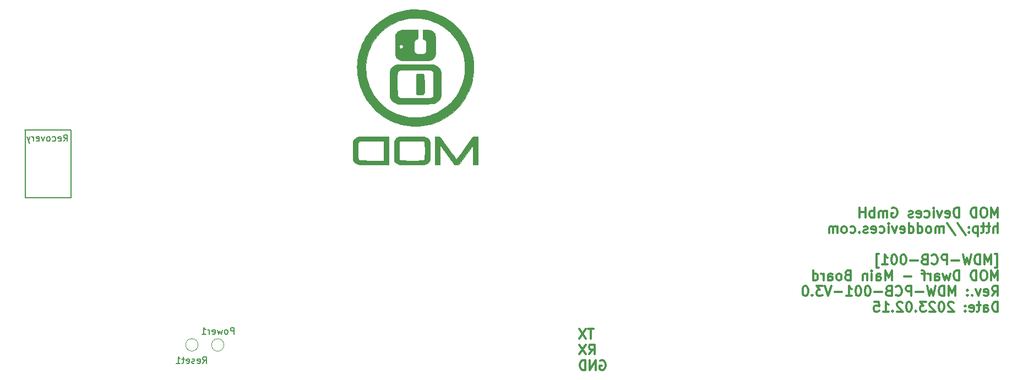
<source format=gbr>
G04 #@! TF.GenerationSoftware,KiCad,Pcbnew,6.0.10-86aedd382b~118~ubuntu22.04.1*
G04 #@! TF.CreationDate,2023-02-15T17:36:08+01:00*
G04 #@! TF.ProjectId,bottom-board,626f7474-6f6d-42d6-926f-6172642e6b69,rev?*
G04 #@! TF.SameCoordinates,Original*
G04 #@! TF.FileFunction,Legend,Bot*
G04 #@! TF.FilePolarity,Positive*
%FSLAX46Y46*%
G04 Gerber Fmt 4.6, Leading zero omitted, Abs format (unit mm)*
G04 Created by KiCad (PCBNEW 6.0.10-86aedd382b~118~ubuntu22.04.1) date 2023-02-15 17:36:08*
%MOMM*%
%LPD*%
G01*
G04 APERTURE LIST*
%ADD10C,0.150000*%
%ADD11C,0.200000*%
%ADD12C,0.300000*%
%ADD13C,0.100000*%
%ADD14C,0.120000*%
G04 APERTURE END LIST*
D10*
X94657800Y-97267600D02*
X94710000Y-107730000D01*
X94710000Y-107730000D02*
X101672200Y-107730000D01*
X101678200Y-97282000D02*
X94617000Y-97282000D01*
X101727800Y-97307600D02*
X101710000Y-107730000D01*
D11*
X100585076Y-99037980D02*
X100918409Y-98561790D01*
X101156504Y-99037980D02*
X101156504Y-98037980D01*
X100775552Y-98037980D01*
X100680314Y-98085600D01*
X100632695Y-98133219D01*
X100585076Y-98228457D01*
X100585076Y-98371314D01*
X100632695Y-98466552D01*
X100680314Y-98514171D01*
X100775552Y-98561790D01*
X101156504Y-98561790D01*
X99775552Y-98990361D02*
X99870790Y-99037980D01*
X100061266Y-99037980D01*
X100156504Y-98990361D01*
X100204123Y-98895123D01*
X100204123Y-98514171D01*
X100156504Y-98418933D01*
X100061266Y-98371314D01*
X99870790Y-98371314D01*
X99775552Y-98418933D01*
X99727933Y-98514171D01*
X99727933Y-98609409D01*
X100204123Y-98704647D01*
X98870790Y-98990361D02*
X98966028Y-99037980D01*
X99156504Y-99037980D01*
X99251742Y-98990361D01*
X99299361Y-98942742D01*
X99346980Y-98847504D01*
X99346980Y-98561790D01*
X99299361Y-98466552D01*
X99251742Y-98418933D01*
X99156504Y-98371314D01*
X98966028Y-98371314D01*
X98870790Y-98418933D01*
X98299361Y-99037980D02*
X98394600Y-98990361D01*
X98442219Y-98942742D01*
X98489838Y-98847504D01*
X98489838Y-98561790D01*
X98442219Y-98466552D01*
X98394600Y-98418933D01*
X98299361Y-98371314D01*
X98156504Y-98371314D01*
X98061266Y-98418933D01*
X98013647Y-98466552D01*
X97966028Y-98561790D01*
X97966028Y-98847504D01*
X98013647Y-98942742D01*
X98061266Y-98990361D01*
X98156504Y-99037980D01*
X98299361Y-99037980D01*
X97632695Y-98371314D02*
X97394600Y-99037980D01*
X97156504Y-98371314D01*
X96394600Y-98990361D02*
X96489838Y-99037980D01*
X96680314Y-99037980D01*
X96775552Y-98990361D01*
X96823171Y-98895123D01*
X96823171Y-98514171D01*
X96775552Y-98418933D01*
X96680314Y-98371314D01*
X96489838Y-98371314D01*
X96394600Y-98418933D01*
X96346980Y-98514171D01*
X96346980Y-98609409D01*
X96823171Y-98704647D01*
X95918409Y-99037980D02*
X95918409Y-98371314D01*
X95918409Y-98561790D02*
X95870790Y-98466552D01*
X95823171Y-98418933D01*
X95727933Y-98371314D01*
X95632695Y-98371314D01*
X95394600Y-98371314D02*
X95156504Y-99037980D01*
X94918409Y-98371314D02*
X95156504Y-99037980D01*
X95251742Y-99276076D01*
X95299361Y-99323695D01*
X95394600Y-99371314D01*
D12*
X182083571Y-127883571D02*
X181226428Y-127883571D01*
X181655000Y-129383571D02*
X181655000Y-127883571D01*
X180869285Y-127883571D02*
X179869285Y-129383571D01*
X179869285Y-127883571D02*
X180869285Y-129383571D01*
X181369285Y-131798571D02*
X181869285Y-131084285D01*
X182226428Y-131798571D02*
X182226428Y-130298571D01*
X181655000Y-130298571D01*
X181512142Y-130370000D01*
X181440714Y-130441428D01*
X181369285Y-130584285D01*
X181369285Y-130798571D01*
X181440714Y-130941428D01*
X181512142Y-131012857D01*
X181655000Y-131084285D01*
X182226428Y-131084285D01*
X180869285Y-130298571D02*
X179869285Y-131798571D01*
X179869285Y-130298571D02*
X180869285Y-131798571D01*
X183083571Y-132785000D02*
X183226428Y-132713571D01*
X183440714Y-132713571D01*
X183655000Y-132785000D01*
X183797857Y-132927857D01*
X183869285Y-133070714D01*
X183940714Y-133356428D01*
X183940714Y-133570714D01*
X183869285Y-133856428D01*
X183797857Y-133999285D01*
X183655000Y-134142142D01*
X183440714Y-134213571D01*
X183297857Y-134213571D01*
X183083571Y-134142142D01*
X183012142Y-134070714D01*
X183012142Y-133570714D01*
X183297857Y-133570714D01*
X182369285Y-134213571D02*
X182369285Y-132713571D01*
X181512142Y-134213571D01*
X181512142Y-132713571D01*
X180797857Y-134213571D02*
X180797857Y-132713571D01*
X180440714Y-132713571D01*
X180226428Y-132785000D01*
X180083571Y-132927857D01*
X180012142Y-133070714D01*
X179940714Y-133356428D01*
X179940714Y-133570714D01*
X180012142Y-133856428D01*
X180083571Y-133999285D01*
X180226428Y-134142142D01*
X180440714Y-134213571D01*
X180797857Y-134213571D01*
X244207857Y-110743571D02*
X244207857Y-109243571D01*
X243707857Y-110315000D01*
X243207857Y-109243571D01*
X243207857Y-110743571D01*
X242207857Y-109243571D02*
X241922142Y-109243571D01*
X241779285Y-109315000D01*
X241636428Y-109457857D01*
X241565000Y-109743571D01*
X241565000Y-110243571D01*
X241636428Y-110529285D01*
X241779285Y-110672142D01*
X241922142Y-110743571D01*
X242207857Y-110743571D01*
X242350714Y-110672142D01*
X242493571Y-110529285D01*
X242565000Y-110243571D01*
X242565000Y-109743571D01*
X242493571Y-109457857D01*
X242350714Y-109315000D01*
X242207857Y-109243571D01*
X240922142Y-110743571D02*
X240922142Y-109243571D01*
X240565000Y-109243571D01*
X240350714Y-109315000D01*
X240207857Y-109457857D01*
X240136428Y-109600714D01*
X240065000Y-109886428D01*
X240065000Y-110100714D01*
X240136428Y-110386428D01*
X240207857Y-110529285D01*
X240350714Y-110672142D01*
X240565000Y-110743571D01*
X240922142Y-110743571D01*
X238279285Y-110743571D02*
X238279285Y-109243571D01*
X237922142Y-109243571D01*
X237707857Y-109315000D01*
X237565000Y-109457857D01*
X237493571Y-109600714D01*
X237422142Y-109886428D01*
X237422142Y-110100714D01*
X237493571Y-110386428D01*
X237565000Y-110529285D01*
X237707857Y-110672142D01*
X237922142Y-110743571D01*
X238279285Y-110743571D01*
X236207857Y-110672142D02*
X236350714Y-110743571D01*
X236636428Y-110743571D01*
X236779285Y-110672142D01*
X236850714Y-110529285D01*
X236850714Y-109957857D01*
X236779285Y-109815000D01*
X236636428Y-109743571D01*
X236350714Y-109743571D01*
X236207857Y-109815000D01*
X236136428Y-109957857D01*
X236136428Y-110100714D01*
X236850714Y-110243571D01*
X235636428Y-109743571D02*
X235279285Y-110743571D01*
X234922142Y-109743571D01*
X234350714Y-110743571D02*
X234350714Y-109743571D01*
X234350714Y-109243571D02*
X234422142Y-109315000D01*
X234350714Y-109386428D01*
X234279285Y-109315000D01*
X234350714Y-109243571D01*
X234350714Y-109386428D01*
X232993571Y-110672142D02*
X233136428Y-110743571D01*
X233422142Y-110743571D01*
X233565000Y-110672142D01*
X233636428Y-110600714D01*
X233707857Y-110457857D01*
X233707857Y-110029285D01*
X233636428Y-109886428D01*
X233565000Y-109815000D01*
X233422142Y-109743571D01*
X233136428Y-109743571D01*
X232993571Y-109815000D01*
X231779285Y-110672142D02*
X231922142Y-110743571D01*
X232207857Y-110743571D01*
X232350714Y-110672142D01*
X232422142Y-110529285D01*
X232422142Y-109957857D01*
X232350714Y-109815000D01*
X232207857Y-109743571D01*
X231922142Y-109743571D01*
X231779285Y-109815000D01*
X231707857Y-109957857D01*
X231707857Y-110100714D01*
X232422142Y-110243571D01*
X231136428Y-110672142D02*
X230993571Y-110743571D01*
X230707857Y-110743571D01*
X230565000Y-110672142D01*
X230493571Y-110529285D01*
X230493571Y-110457857D01*
X230565000Y-110315000D01*
X230707857Y-110243571D01*
X230922142Y-110243571D01*
X231065000Y-110172142D01*
X231136428Y-110029285D01*
X231136428Y-109957857D01*
X231065000Y-109815000D01*
X230922142Y-109743571D01*
X230707857Y-109743571D01*
X230565000Y-109815000D01*
X227922142Y-109315000D02*
X228065000Y-109243571D01*
X228279285Y-109243571D01*
X228493571Y-109315000D01*
X228636428Y-109457857D01*
X228707857Y-109600714D01*
X228779285Y-109886428D01*
X228779285Y-110100714D01*
X228707857Y-110386428D01*
X228636428Y-110529285D01*
X228493571Y-110672142D01*
X228279285Y-110743571D01*
X228136428Y-110743571D01*
X227922142Y-110672142D01*
X227850714Y-110600714D01*
X227850714Y-110100714D01*
X228136428Y-110100714D01*
X227207857Y-110743571D02*
X227207857Y-109743571D01*
X227207857Y-109886428D02*
X227136428Y-109815000D01*
X226993571Y-109743571D01*
X226779285Y-109743571D01*
X226636428Y-109815000D01*
X226565000Y-109957857D01*
X226565000Y-110743571D01*
X226565000Y-109957857D02*
X226493571Y-109815000D01*
X226350714Y-109743571D01*
X226136428Y-109743571D01*
X225993571Y-109815000D01*
X225922142Y-109957857D01*
X225922142Y-110743571D01*
X225207857Y-110743571D02*
X225207857Y-109243571D01*
X225207857Y-109815000D02*
X225065000Y-109743571D01*
X224779285Y-109743571D01*
X224636428Y-109815000D01*
X224565000Y-109886428D01*
X224493571Y-110029285D01*
X224493571Y-110457857D01*
X224565000Y-110600714D01*
X224636428Y-110672142D01*
X224779285Y-110743571D01*
X225065000Y-110743571D01*
X225207857Y-110672142D01*
X223850714Y-110743571D02*
X223850714Y-109243571D01*
X223850714Y-109957857D02*
X222993571Y-109957857D01*
X222993571Y-110743571D02*
X222993571Y-109243571D01*
X244207857Y-113158571D02*
X244207857Y-111658571D01*
X243565000Y-113158571D02*
X243565000Y-112372857D01*
X243636428Y-112230000D01*
X243779285Y-112158571D01*
X243993571Y-112158571D01*
X244136428Y-112230000D01*
X244207857Y-112301428D01*
X243065000Y-112158571D02*
X242493571Y-112158571D01*
X242850714Y-111658571D02*
X242850714Y-112944285D01*
X242779285Y-113087142D01*
X242636428Y-113158571D01*
X242493571Y-113158571D01*
X242207857Y-112158571D02*
X241636428Y-112158571D01*
X241993571Y-111658571D02*
X241993571Y-112944285D01*
X241922142Y-113087142D01*
X241779285Y-113158571D01*
X241636428Y-113158571D01*
X241136428Y-112158571D02*
X241136428Y-113658571D01*
X241136428Y-112230000D02*
X240993571Y-112158571D01*
X240707857Y-112158571D01*
X240565000Y-112230000D01*
X240493571Y-112301428D01*
X240422142Y-112444285D01*
X240422142Y-112872857D01*
X240493571Y-113015714D01*
X240565000Y-113087142D01*
X240707857Y-113158571D01*
X240993571Y-113158571D01*
X241136428Y-113087142D01*
X239779285Y-113015714D02*
X239707857Y-113087142D01*
X239779285Y-113158571D01*
X239850714Y-113087142D01*
X239779285Y-113015714D01*
X239779285Y-113158571D01*
X239779285Y-112230000D02*
X239707857Y-112301428D01*
X239779285Y-112372857D01*
X239850714Y-112301428D01*
X239779285Y-112230000D01*
X239779285Y-112372857D01*
X237993571Y-111587142D02*
X239279285Y-113515714D01*
X236422142Y-111587142D02*
X237707857Y-113515714D01*
X235922142Y-113158571D02*
X235922142Y-112158571D01*
X235922142Y-112301428D02*
X235850714Y-112230000D01*
X235707857Y-112158571D01*
X235493571Y-112158571D01*
X235350714Y-112230000D01*
X235279285Y-112372857D01*
X235279285Y-113158571D01*
X235279285Y-112372857D02*
X235207857Y-112230000D01*
X235065000Y-112158571D01*
X234850714Y-112158571D01*
X234707857Y-112230000D01*
X234636428Y-112372857D01*
X234636428Y-113158571D01*
X233707857Y-113158571D02*
X233850714Y-113087142D01*
X233922142Y-113015714D01*
X233993571Y-112872857D01*
X233993571Y-112444285D01*
X233922142Y-112301428D01*
X233850714Y-112230000D01*
X233707857Y-112158571D01*
X233493571Y-112158571D01*
X233350714Y-112230000D01*
X233279285Y-112301428D01*
X233207857Y-112444285D01*
X233207857Y-112872857D01*
X233279285Y-113015714D01*
X233350714Y-113087142D01*
X233493571Y-113158571D01*
X233707857Y-113158571D01*
X231922142Y-113158571D02*
X231922142Y-111658571D01*
X231922142Y-113087142D02*
X232065000Y-113158571D01*
X232350714Y-113158571D01*
X232493571Y-113087142D01*
X232565000Y-113015714D01*
X232636428Y-112872857D01*
X232636428Y-112444285D01*
X232565000Y-112301428D01*
X232493571Y-112230000D01*
X232350714Y-112158571D01*
X232065000Y-112158571D01*
X231922142Y-112230000D01*
X230565000Y-113158571D02*
X230565000Y-111658571D01*
X230565000Y-113087142D02*
X230707857Y-113158571D01*
X230993571Y-113158571D01*
X231136428Y-113087142D01*
X231207857Y-113015714D01*
X231279285Y-112872857D01*
X231279285Y-112444285D01*
X231207857Y-112301428D01*
X231136428Y-112230000D01*
X230993571Y-112158571D01*
X230707857Y-112158571D01*
X230565000Y-112230000D01*
X229279285Y-113087142D02*
X229422142Y-113158571D01*
X229707857Y-113158571D01*
X229850714Y-113087142D01*
X229922142Y-112944285D01*
X229922142Y-112372857D01*
X229850714Y-112230000D01*
X229707857Y-112158571D01*
X229422142Y-112158571D01*
X229279285Y-112230000D01*
X229207857Y-112372857D01*
X229207857Y-112515714D01*
X229922142Y-112658571D01*
X228707857Y-112158571D02*
X228350714Y-113158571D01*
X227993571Y-112158571D01*
X227422142Y-113158571D02*
X227422142Y-112158571D01*
X227422142Y-111658571D02*
X227493571Y-111730000D01*
X227422142Y-111801428D01*
X227350714Y-111730000D01*
X227422142Y-111658571D01*
X227422142Y-111801428D01*
X226065000Y-113087142D02*
X226207857Y-113158571D01*
X226493571Y-113158571D01*
X226636428Y-113087142D01*
X226707857Y-113015714D01*
X226779285Y-112872857D01*
X226779285Y-112444285D01*
X226707857Y-112301428D01*
X226636428Y-112230000D01*
X226493571Y-112158571D01*
X226207857Y-112158571D01*
X226065000Y-112230000D01*
X224850714Y-113087142D02*
X224993571Y-113158571D01*
X225279285Y-113158571D01*
X225422142Y-113087142D01*
X225493571Y-112944285D01*
X225493571Y-112372857D01*
X225422142Y-112230000D01*
X225279285Y-112158571D01*
X224993571Y-112158571D01*
X224850714Y-112230000D01*
X224779285Y-112372857D01*
X224779285Y-112515714D01*
X225493571Y-112658571D01*
X224207857Y-113087142D02*
X224065000Y-113158571D01*
X223779285Y-113158571D01*
X223636428Y-113087142D01*
X223565000Y-112944285D01*
X223565000Y-112872857D01*
X223636428Y-112730000D01*
X223779285Y-112658571D01*
X223993571Y-112658571D01*
X224136428Y-112587142D01*
X224207857Y-112444285D01*
X224207857Y-112372857D01*
X224136428Y-112230000D01*
X223993571Y-112158571D01*
X223779285Y-112158571D01*
X223636428Y-112230000D01*
X222922142Y-113015714D02*
X222850714Y-113087142D01*
X222922142Y-113158571D01*
X222993571Y-113087142D01*
X222922142Y-113015714D01*
X222922142Y-113158571D01*
X221565000Y-113087142D02*
X221707857Y-113158571D01*
X221993571Y-113158571D01*
X222136428Y-113087142D01*
X222207857Y-113015714D01*
X222279285Y-112872857D01*
X222279285Y-112444285D01*
X222207857Y-112301428D01*
X222136428Y-112230000D01*
X221993571Y-112158571D01*
X221707857Y-112158571D01*
X221565000Y-112230000D01*
X220707857Y-113158571D02*
X220850714Y-113087142D01*
X220922142Y-113015714D01*
X220993571Y-112872857D01*
X220993571Y-112444285D01*
X220922142Y-112301428D01*
X220850714Y-112230000D01*
X220707857Y-112158571D01*
X220493571Y-112158571D01*
X220350714Y-112230000D01*
X220279285Y-112301428D01*
X220207857Y-112444285D01*
X220207857Y-112872857D01*
X220279285Y-113015714D01*
X220350714Y-113087142D01*
X220493571Y-113158571D01*
X220707857Y-113158571D01*
X219565000Y-113158571D02*
X219565000Y-112158571D01*
X219565000Y-112301428D02*
X219493571Y-112230000D01*
X219350714Y-112158571D01*
X219136428Y-112158571D01*
X218993571Y-112230000D01*
X218922142Y-112372857D01*
X218922142Y-113158571D01*
X218922142Y-112372857D02*
X218850714Y-112230000D01*
X218707857Y-112158571D01*
X218493571Y-112158571D01*
X218350714Y-112230000D01*
X218279285Y-112372857D01*
X218279285Y-113158571D01*
X243779285Y-118488571D02*
X244136428Y-118488571D01*
X244136428Y-116345714D01*
X243779285Y-116345714D01*
X243207857Y-117988571D02*
X243207857Y-116488571D01*
X242707857Y-117560000D01*
X242207857Y-116488571D01*
X242207857Y-117988571D01*
X241493571Y-117988571D02*
X241493571Y-116488571D01*
X241136428Y-116488571D01*
X240922142Y-116560000D01*
X240779285Y-116702857D01*
X240707857Y-116845714D01*
X240636428Y-117131428D01*
X240636428Y-117345714D01*
X240707857Y-117631428D01*
X240779285Y-117774285D01*
X240922142Y-117917142D01*
X241136428Y-117988571D01*
X241493571Y-117988571D01*
X240136428Y-116488571D02*
X239779285Y-117988571D01*
X239493571Y-116917142D01*
X239207857Y-117988571D01*
X238850714Y-116488571D01*
X238279285Y-117417142D02*
X237136428Y-117417142D01*
X236422142Y-117988571D02*
X236422142Y-116488571D01*
X235850714Y-116488571D01*
X235707857Y-116560000D01*
X235636428Y-116631428D01*
X235565000Y-116774285D01*
X235565000Y-116988571D01*
X235636428Y-117131428D01*
X235707857Y-117202857D01*
X235850714Y-117274285D01*
X236422142Y-117274285D01*
X234065000Y-117845714D02*
X234136428Y-117917142D01*
X234350714Y-117988571D01*
X234493571Y-117988571D01*
X234707857Y-117917142D01*
X234850714Y-117774285D01*
X234922142Y-117631428D01*
X234993571Y-117345714D01*
X234993571Y-117131428D01*
X234922142Y-116845714D01*
X234850714Y-116702857D01*
X234707857Y-116560000D01*
X234493571Y-116488571D01*
X234350714Y-116488571D01*
X234136428Y-116560000D01*
X234065000Y-116631428D01*
X232922142Y-117202857D02*
X232707857Y-117274285D01*
X232636428Y-117345714D01*
X232565000Y-117488571D01*
X232565000Y-117702857D01*
X232636428Y-117845714D01*
X232707857Y-117917142D01*
X232850714Y-117988571D01*
X233422142Y-117988571D01*
X233422142Y-116488571D01*
X232922142Y-116488571D01*
X232779285Y-116560000D01*
X232707857Y-116631428D01*
X232636428Y-116774285D01*
X232636428Y-116917142D01*
X232707857Y-117060000D01*
X232779285Y-117131428D01*
X232922142Y-117202857D01*
X233422142Y-117202857D01*
X231922142Y-117417142D02*
X230779285Y-117417142D01*
X229779285Y-116488571D02*
X229636428Y-116488571D01*
X229493571Y-116560000D01*
X229422142Y-116631428D01*
X229350714Y-116774285D01*
X229279285Y-117060000D01*
X229279285Y-117417142D01*
X229350714Y-117702857D01*
X229422142Y-117845714D01*
X229493571Y-117917142D01*
X229636428Y-117988571D01*
X229779285Y-117988571D01*
X229922142Y-117917142D01*
X229993571Y-117845714D01*
X230065000Y-117702857D01*
X230136428Y-117417142D01*
X230136428Y-117060000D01*
X230065000Y-116774285D01*
X229993571Y-116631428D01*
X229922142Y-116560000D01*
X229779285Y-116488571D01*
X228350714Y-116488571D02*
X228207857Y-116488571D01*
X228065000Y-116560000D01*
X227993571Y-116631428D01*
X227922142Y-116774285D01*
X227850714Y-117060000D01*
X227850714Y-117417142D01*
X227922142Y-117702857D01*
X227993571Y-117845714D01*
X228065000Y-117917142D01*
X228207857Y-117988571D01*
X228350714Y-117988571D01*
X228493571Y-117917142D01*
X228565000Y-117845714D01*
X228636428Y-117702857D01*
X228707857Y-117417142D01*
X228707857Y-117060000D01*
X228636428Y-116774285D01*
X228565000Y-116631428D01*
X228493571Y-116560000D01*
X228350714Y-116488571D01*
X226422142Y-117988571D02*
X227279285Y-117988571D01*
X226850714Y-117988571D02*
X226850714Y-116488571D01*
X226993571Y-116702857D01*
X227136428Y-116845714D01*
X227279285Y-116917142D01*
X225922142Y-118488571D02*
X225565000Y-118488571D01*
X225565000Y-116345714D01*
X225922142Y-116345714D01*
X244207857Y-120403571D02*
X244207857Y-118903571D01*
X243707857Y-119975000D01*
X243207857Y-118903571D01*
X243207857Y-120403571D01*
X242207857Y-118903571D02*
X241922142Y-118903571D01*
X241779285Y-118975000D01*
X241636428Y-119117857D01*
X241565000Y-119403571D01*
X241565000Y-119903571D01*
X241636428Y-120189285D01*
X241779285Y-120332142D01*
X241922142Y-120403571D01*
X242207857Y-120403571D01*
X242350714Y-120332142D01*
X242493571Y-120189285D01*
X242565000Y-119903571D01*
X242565000Y-119403571D01*
X242493571Y-119117857D01*
X242350714Y-118975000D01*
X242207857Y-118903571D01*
X240922142Y-120403571D02*
X240922142Y-118903571D01*
X240565000Y-118903571D01*
X240350714Y-118975000D01*
X240207857Y-119117857D01*
X240136428Y-119260714D01*
X240065000Y-119546428D01*
X240065000Y-119760714D01*
X240136428Y-120046428D01*
X240207857Y-120189285D01*
X240350714Y-120332142D01*
X240565000Y-120403571D01*
X240922142Y-120403571D01*
X238279285Y-120403571D02*
X238279285Y-118903571D01*
X237922142Y-118903571D01*
X237707857Y-118975000D01*
X237565000Y-119117857D01*
X237493571Y-119260714D01*
X237422142Y-119546428D01*
X237422142Y-119760714D01*
X237493571Y-120046428D01*
X237565000Y-120189285D01*
X237707857Y-120332142D01*
X237922142Y-120403571D01*
X238279285Y-120403571D01*
X236922142Y-119403571D02*
X236636428Y-120403571D01*
X236350714Y-119689285D01*
X236065000Y-120403571D01*
X235779285Y-119403571D01*
X234565000Y-120403571D02*
X234565000Y-119617857D01*
X234636428Y-119475000D01*
X234779285Y-119403571D01*
X235065000Y-119403571D01*
X235207857Y-119475000D01*
X234565000Y-120332142D02*
X234707857Y-120403571D01*
X235065000Y-120403571D01*
X235207857Y-120332142D01*
X235279285Y-120189285D01*
X235279285Y-120046428D01*
X235207857Y-119903571D01*
X235065000Y-119832142D01*
X234707857Y-119832142D01*
X234565000Y-119760714D01*
X233850714Y-120403571D02*
X233850714Y-119403571D01*
X233850714Y-119689285D02*
X233779285Y-119546428D01*
X233707857Y-119475000D01*
X233565000Y-119403571D01*
X233422142Y-119403571D01*
X233136428Y-119403571D02*
X232565000Y-119403571D01*
X232922142Y-120403571D02*
X232922142Y-119117857D01*
X232850714Y-118975000D01*
X232707857Y-118903571D01*
X232565000Y-118903571D01*
X230922142Y-119832142D02*
X229779285Y-119832142D01*
X227922142Y-120403571D02*
X227922142Y-118903571D01*
X227422142Y-119975000D01*
X226922142Y-118903571D01*
X226922142Y-120403571D01*
X225565000Y-120403571D02*
X225565000Y-119617857D01*
X225636428Y-119475000D01*
X225779285Y-119403571D01*
X226065000Y-119403571D01*
X226207857Y-119475000D01*
X225565000Y-120332142D02*
X225707857Y-120403571D01*
X226065000Y-120403571D01*
X226207857Y-120332142D01*
X226279285Y-120189285D01*
X226279285Y-120046428D01*
X226207857Y-119903571D01*
X226065000Y-119832142D01*
X225707857Y-119832142D01*
X225565000Y-119760714D01*
X224850714Y-120403571D02*
X224850714Y-119403571D01*
X224850714Y-118903571D02*
X224922142Y-118975000D01*
X224850714Y-119046428D01*
X224779285Y-118975000D01*
X224850714Y-118903571D01*
X224850714Y-119046428D01*
X224136428Y-119403571D02*
X224136428Y-120403571D01*
X224136428Y-119546428D02*
X224065000Y-119475000D01*
X223922142Y-119403571D01*
X223707857Y-119403571D01*
X223565000Y-119475000D01*
X223493571Y-119617857D01*
X223493571Y-120403571D01*
X221136428Y-119617857D02*
X220922142Y-119689285D01*
X220850714Y-119760714D01*
X220779285Y-119903571D01*
X220779285Y-120117857D01*
X220850714Y-120260714D01*
X220922142Y-120332142D01*
X221065000Y-120403571D01*
X221636428Y-120403571D01*
X221636428Y-118903571D01*
X221136428Y-118903571D01*
X220993571Y-118975000D01*
X220922142Y-119046428D01*
X220850714Y-119189285D01*
X220850714Y-119332142D01*
X220922142Y-119475000D01*
X220993571Y-119546428D01*
X221136428Y-119617857D01*
X221636428Y-119617857D01*
X219922142Y-120403571D02*
X220065000Y-120332142D01*
X220136428Y-120260714D01*
X220207857Y-120117857D01*
X220207857Y-119689285D01*
X220136428Y-119546428D01*
X220065000Y-119475000D01*
X219922142Y-119403571D01*
X219707857Y-119403571D01*
X219565000Y-119475000D01*
X219493571Y-119546428D01*
X219422142Y-119689285D01*
X219422142Y-120117857D01*
X219493571Y-120260714D01*
X219565000Y-120332142D01*
X219707857Y-120403571D01*
X219922142Y-120403571D01*
X218136428Y-120403571D02*
X218136428Y-119617857D01*
X218207857Y-119475000D01*
X218350714Y-119403571D01*
X218636428Y-119403571D01*
X218779285Y-119475000D01*
X218136428Y-120332142D02*
X218279285Y-120403571D01*
X218636428Y-120403571D01*
X218779285Y-120332142D01*
X218850714Y-120189285D01*
X218850714Y-120046428D01*
X218779285Y-119903571D01*
X218636428Y-119832142D01*
X218279285Y-119832142D01*
X218136428Y-119760714D01*
X217422142Y-120403571D02*
X217422142Y-119403571D01*
X217422142Y-119689285D02*
X217350714Y-119546428D01*
X217279285Y-119475000D01*
X217136428Y-119403571D01*
X216993571Y-119403571D01*
X215850714Y-120403571D02*
X215850714Y-118903571D01*
X215850714Y-120332142D02*
X215993571Y-120403571D01*
X216279285Y-120403571D01*
X216422142Y-120332142D01*
X216493571Y-120260714D01*
X216565000Y-120117857D01*
X216565000Y-119689285D01*
X216493571Y-119546428D01*
X216422142Y-119475000D01*
X216279285Y-119403571D01*
X215993571Y-119403571D01*
X215850714Y-119475000D01*
X243350714Y-122818571D02*
X243850714Y-122104285D01*
X244207857Y-122818571D02*
X244207857Y-121318571D01*
X243636428Y-121318571D01*
X243493571Y-121390000D01*
X243422142Y-121461428D01*
X243350714Y-121604285D01*
X243350714Y-121818571D01*
X243422142Y-121961428D01*
X243493571Y-122032857D01*
X243636428Y-122104285D01*
X244207857Y-122104285D01*
X242136428Y-122747142D02*
X242279285Y-122818571D01*
X242565000Y-122818571D01*
X242707857Y-122747142D01*
X242779285Y-122604285D01*
X242779285Y-122032857D01*
X242707857Y-121890000D01*
X242565000Y-121818571D01*
X242279285Y-121818571D01*
X242136428Y-121890000D01*
X242065000Y-122032857D01*
X242065000Y-122175714D01*
X242779285Y-122318571D01*
X241565000Y-121818571D02*
X241207857Y-122818571D01*
X240850714Y-121818571D01*
X240279285Y-122675714D02*
X240207857Y-122747142D01*
X240279285Y-122818571D01*
X240350714Y-122747142D01*
X240279285Y-122675714D01*
X240279285Y-122818571D01*
X239565000Y-122675714D02*
X239493571Y-122747142D01*
X239565000Y-122818571D01*
X239636428Y-122747142D01*
X239565000Y-122675714D01*
X239565000Y-122818571D01*
X239565000Y-121890000D02*
X239493571Y-121961428D01*
X239565000Y-122032857D01*
X239636428Y-121961428D01*
X239565000Y-121890000D01*
X239565000Y-122032857D01*
X237707857Y-122818571D02*
X237707857Y-121318571D01*
X237207857Y-122390000D01*
X236707857Y-121318571D01*
X236707857Y-122818571D01*
X235993571Y-122818571D02*
X235993571Y-121318571D01*
X235636428Y-121318571D01*
X235422142Y-121390000D01*
X235279285Y-121532857D01*
X235207857Y-121675714D01*
X235136428Y-121961428D01*
X235136428Y-122175714D01*
X235207857Y-122461428D01*
X235279285Y-122604285D01*
X235422142Y-122747142D01*
X235636428Y-122818571D01*
X235993571Y-122818571D01*
X234636428Y-121318571D02*
X234279285Y-122818571D01*
X233993571Y-121747142D01*
X233707857Y-122818571D01*
X233350714Y-121318571D01*
X232779285Y-122247142D02*
X231636428Y-122247142D01*
X230922142Y-122818571D02*
X230922142Y-121318571D01*
X230350714Y-121318571D01*
X230207857Y-121390000D01*
X230136428Y-121461428D01*
X230065000Y-121604285D01*
X230065000Y-121818571D01*
X230136428Y-121961428D01*
X230207857Y-122032857D01*
X230350714Y-122104285D01*
X230922142Y-122104285D01*
X228565000Y-122675714D02*
X228636428Y-122747142D01*
X228850714Y-122818571D01*
X228993571Y-122818571D01*
X229207857Y-122747142D01*
X229350714Y-122604285D01*
X229422142Y-122461428D01*
X229493571Y-122175714D01*
X229493571Y-121961428D01*
X229422142Y-121675714D01*
X229350714Y-121532857D01*
X229207857Y-121390000D01*
X228993571Y-121318571D01*
X228850714Y-121318571D01*
X228636428Y-121390000D01*
X228565000Y-121461428D01*
X227422142Y-122032857D02*
X227207857Y-122104285D01*
X227136428Y-122175714D01*
X227065000Y-122318571D01*
X227065000Y-122532857D01*
X227136428Y-122675714D01*
X227207857Y-122747142D01*
X227350714Y-122818571D01*
X227922142Y-122818571D01*
X227922142Y-121318571D01*
X227422142Y-121318571D01*
X227279285Y-121390000D01*
X227207857Y-121461428D01*
X227136428Y-121604285D01*
X227136428Y-121747142D01*
X227207857Y-121890000D01*
X227279285Y-121961428D01*
X227422142Y-122032857D01*
X227922142Y-122032857D01*
X226422142Y-122247142D02*
X225279285Y-122247142D01*
X224279285Y-121318571D02*
X224136428Y-121318571D01*
X223993571Y-121390000D01*
X223922142Y-121461428D01*
X223850714Y-121604285D01*
X223779285Y-121890000D01*
X223779285Y-122247142D01*
X223850714Y-122532857D01*
X223922142Y-122675714D01*
X223993571Y-122747142D01*
X224136428Y-122818571D01*
X224279285Y-122818571D01*
X224422142Y-122747142D01*
X224493571Y-122675714D01*
X224565000Y-122532857D01*
X224636428Y-122247142D01*
X224636428Y-121890000D01*
X224565000Y-121604285D01*
X224493571Y-121461428D01*
X224422142Y-121390000D01*
X224279285Y-121318571D01*
X222850714Y-121318571D02*
X222707857Y-121318571D01*
X222565000Y-121390000D01*
X222493571Y-121461428D01*
X222422142Y-121604285D01*
X222350714Y-121890000D01*
X222350714Y-122247142D01*
X222422142Y-122532857D01*
X222493571Y-122675714D01*
X222565000Y-122747142D01*
X222707857Y-122818571D01*
X222850714Y-122818571D01*
X222993571Y-122747142D01*
X223065000Y-122675714D01*
X223136428Y-122532857D01*
X223207857Y-122247142D01*
X223207857Y-121890000D01*
X223136428Y-121604285D01*
X223065000Y-121461428D01*
X222993571Y-121390000D01*
X222850714Y-121318571D01*
X220922142Y-122818571D02*
X221779285Y-122818571D01*
X221350714Y-122818571D02*
X221350714Y-121318571D01*
X221493571Y-121532857D01*
X221636428Y-121675714D01*
X221779285Y-121747142D01*
X220279285Y-122247142D02*
X219136428Y-122247142D01*
X218636428Y-121318571D02*
X218136428Y-122818571D01*
X217636428Y-121318571D01*
X217279285Y-121318571D02*
X216350714Y-121318571D01*
X216850714Y-121890000D01*
X216636428Y-121890000D01*
X216493571Y-121961428D01*
X216422142Y-122032857D01*
X216350714Y-122175714D01*
X216350714Y-122532857D01*
X216422142Y-122675714D01*
X216493571Y-122747142D01*
X216636428Y-122818571D01*
X217065000Y-122818571D01*
X217207857Y-122747142D01*
X217279285Y-122675714D01*
X215707857Y-122675714D02*
X215636428Y-122747142D01*
X215707857Y-122818571D01*
X215779285Y-122747142D01*
X215707857Y-122675714D01*
X215707857Y-122818571D01*
X214707857Y-121318571D02*
X214565000Y-121318571D01*
X214422142Y-121390000D01*
X214350714Y-121461428D01*
X214279285Y-121604285D01*
X214207857Y-121890000D01*
X214207857Y-122247142D01*
X214279285Y-122532857D01*
X214350714Y-122675714D01*
X214422142Y-122747142D01*
X214565000Y-122818571D01*
X214707857Y-122818571D01*
X214850714Y-122747142D01*
X214922142Y-122675714D01*
X214993571Y-122532857D01*
X215065000Y-122247142D01*
X215065000Y-121890000D01*
X214993571Y-121604285D01*
X214922142Y-121461428D01*
X214850714Y-121390000D01*
X214707857Y-121318571D01*
X244207857Y-125233571D02*
X244207857Y-123733571D01*
X243850714Y-123733571D01*
X243636428Y-123805000D01*
X243493571Y-123947857D01*
X243422142Y-124090714D01*
X243350714Y-124376428D01*
X243350714Y-124590714D01*
X243422142Y-124876428D01*
X243493571Y-125019285D01*
X243636428Y-125162142D01*
X243850714Y-125233571D01*
X244207857Y-125233571D01*
X242065000Y-125233571D02*
X242065000Y-124447857D01*
X242136428Y-124305000D01*
X242279285Y-124233571D01*
X242565000Y-124233571D01*
X242707857Y-124305000D01*
X242065000Y-125162142D02*
X242207857Y-125233571D01*
X242565000Y-125233571D01*
X242707857Y-125162142D01*
X242779285Y-125019285D01*
X242779285Y-124876428D01*
X242707857Y-124733571D01*
X242565000Y-124662142D01*
X242207857Y-124662142D01*
X242065000Y-124590714D01*
X241564999Y-124233571D02*
X240993571Y-124233571D01*
X241350714Y-123733571D02*
X241350714Y-125019285D01*
X241279285Y-125162142D01*
X241136428Y-125233571D01*
X240993571Y-125233571D01*
X239922142Y-125162142D02*
X240065000Y-125233571D01*
X240350714Y-125233571D01*
X240493571Y-125162142D01*
X240565000Y-125019285D01*
X240565000Y-124447857D01*
X240493571Y-124305000D01*
X240350714Y-124233571D01*
X240065000Y-124233571D01*
X239922142Y-124305000D01*
X239850714Y-124447857D01*
X239850714Y-124590714D01*
X240565000Y-124733571D01*
X239207857Y-125090714D02*
X239136428Y-125162142D01*
X239207857Y-125233571D01*
X239279285Y-125162142D01*
X239207857Y-125090714D01*
X239207857Y-125233571D01*
X239207857Y-124305000D02*
X239136428Y-124376428D01*
X239207857Y-124447857D01*
X239279285Y-124376428D01*
X239207857Y-124305000D01*
X239207857Y-124447857D01*
X237422142Y-123876428D02*
X237350714Y-123805000D01*
X237207857Y-123733571D01*
X236850714Y-123733571D01*
X236707857Y-123805000D01*
X236636428Y-123876428D01*
X236565000Y-124019285D01*
X236565000Y-124162142D01*
X236636428Y-124376428D01*
X237493571Y-125233571D01*
X236565000Y-125233571D01*
X235636428Y-123733571D02*
X235493571Y-123733571D01*
X235350714Y-123805000D01*
X235279285Y-123876428D01*
X235207857Y-124019285D01*
X235136428Y-124305000D01*
X235136428Y-124662142D01*
X235207857Y-124947857D01*
X235279285Y-125090714D01*
X235350714Y-125162142D01*
X235493571Y-125233571D01*
X235636428Y-125233571D01*
X235779285Y-125162142D01*
X235850714Y-125090714D01*
X235922142Y-124947857D01*
X235993571Y-124662142D01*
X235993571Y-124305000D01*
X235922142Y-124019285D01*
X235850714Y-123876428D01*
X235779285Y-123805000D01*
X235636428Y-123733571D01*
X234564999Y-123876428D02*
X234493571Y-123805000D01*
X234350714Y-123733571D01*
X233993571Y-123733571D01*
X233850714Y-123805000D01*
X233779285Y-123876428D01*
X233707857Y-124019285D01*
X233707857Y-124162142D01*
X233779285Y-124376428D01*
X234636428Y-125233571D01*
X233707857Y-125233571D01*
X233207857Y-123733571D02*
X232279285Y-123733571D01*
X232779285Y-124305000D01*
X232564999Y-124305000D01*
X232422142Y-124376428D01*
X232350714Y-124447857D01*
X232279285Y-124590714D01*
X232279285Y-124947857D01*
X232350714Y-125090714D01*
X232422142Y-125162142D01*
X232564999Y-125233571D01*
X232993571Y-125233571D01*
X233136428Y-125162142D01*
X233207857Y-125090714D01*
X231636428Y-125090714D02*
X231564999Y-125162142D01*
X231636428Y-125233571D01*
X231707857Y-125162142D01*
X231636428Y-125090714D01*
X231636428Y-125233571D01*
X230636428Y-123733571D02*
X230493571Y-123733571D01*
X230350714Y-123805000D01*
X230279285Y-123876428D01*
X230207857Y-124019285D01*
X230136428Y-124305000D01*
X230136428Y-124662142D01*
X230207857Y-124947857D01*
X230279285Y-125090714D01*
X230350714Y-125162142D01*
X230493571Y-125233571D01*
X230636428Y-125233571D01*
X230779285Y-125162142D01*
X230850714Y-125090714D01*
X230922142Y-124947857D01*
X230993571Y-124662142D01*
X230993571Y-124305000D01*
X230922142Y-124019285D01*
X230850714Y-123876428D01*
X230779285Y-123805000D01*
X230636428Y-123733571D01*
X229564999Y-123876428D02*
X229493571Y-123805000D01*
X229350714Y-123733571D01*
X228993571Y-123733571D01*
X228850714Y-123805000D01*
X228779285Y-123876428D01*
X228707857Y-124019285D01*
X228707857Y-124162142D01*
X228779285Y-124376428D01*
X229636428Y-125233571D01*
X228707857Y-125233571D01*
X228064999Y-125090714D02*
X227993571Y-125162142D01*
X228064999Y-125233571D01*
X228136428Y-125162142D01*
X228064999Y-125090714D01*
X228064999Y-125233571D01*
X226564999Y-125233571D02*
X227422142Y-125233571D01*
X226993571Y-125233571D02*
X226993571Y-123733571D01*
X227136428Y-123947857D01*
X227279285Y-124090714D01*
X227422142Y-124162142D01*
X225207857Y-123733571D02*
X225922142Y-123733571D01*
X225993571Y-124447857D01*
X225922142Y-124376428D01*
X225779285Y-124305000D01*
X225422142Y-124305000D01*
X225279285Y-124376428D01*
X225207857Y-124447857D01*
X225136428Y-124590714D01*
X225136428Y-124947857D01*
X225207857Y-125090714D01*
X225279285Y-125162142D01*
X225422142Y-125233571D01*
X225779285Y-125233571D01*
X225922142Y-125162142D01*
X225993571Y-125090714D01*
D10*
X126802380Y-128692380D02*
X126802380Y-127692380D01*
X126421428Y-127692380D01*
X126326190Y-127740000D01*
X126278571Y-127787619D01*
X126230952Y-127882857D01*
X126230952Y-128025714D01*
X126278571Y-128120952D01*
X126326190Y-128168571D01*
X126421428Y-128216190D01*
X126802380Y-128216190D01*
X125659523Y-128692380D02*
X125754761Y-128644761D01*
X125802380Y-128597142D01*
X125850000Y-128501904D01*
X125850000Y-128216190D01*
X125802380Y-128120952D01*
X125754761Y-128073333D01*
X125659523Y-128025714D01*
X125516666Y-128025714D01*
X125421428Y-128073333D01*
X125373809Y-128120952D01*
X125326190Y-128216190D01*
X125326190Y-128501904D01*
X125373809Y-128597142D01*
X125421428Y-128644761D01*
X125516666Y-128692380D01*
X125659523Y-128692380D01*
X124992857Y-128025714D02*
X124802380Y-128692380D01*
X124611904Y-128216190D01*
X124421428Y-128692380D01*
X124230952Y-128025714D01*
X123469047Y-128644761D02*
X123564285Y-128692380D01*
X123754761Y-128692380D01*
X123850000Y-128644761D01*
X123897619Y-128549523D01*
X123897619Y-128168571D01*
X123850000Y-128073333D01*
X123754761Y-128025714D01*
X123564285Y-128025714D01*
X123469047Y-128073333D01*
X123421428Y-128168571D01*
X123421428Y-128263809D01*
X123897619Y-128359047D01*
X122992857Y-128692380D02*
X122992857Y-128025714D01*
X122992857Y-128216190D02*
X122945238Y-128120952D01*
X122897619Y-128073333D01*
X122802380Y-128025714D01*
X122707142Y-128025714D01*
X121850000Y-128692380D02*
X122421428Y-128692380D01*
X122135714Y-128692380D02*
X122135714Y-127692380D01*
X122230952Y-127835238D01*
X122326190Y-127930476D01*
X122421428Y-127978095D01*
X121954285Y-133182380D02*
X122287619Y-132706190D01*
X122525714Y-133182380D02*
X122525714Y-132182380D01*
X122144761Y-132182380D01*
X122049523Y-132230000D01*
X122001904Y-132277619D01*
X121954285Y-132372857D01*
X121954285Y-132515714D01*
X122001904Y-132610952D01*
X122049523Y-132658571D01*
X122144761Y-132706190D01*
X122525714Y-132706190D01*
X121144761Y-133134761D02*
X121240000Y-133182380D01*
X121430476Y-133182380D01*
X121525714Y-133134761D01*
X121573333Y-133039523D01*
X121573333Y-132658571D01*
X121525714Y-132563333D01*
X121430476Y-132515714D01*
X121240000Y-132515714D01*
X121144761Y-132563333D01*
X121097142Y-132658571D01*
X121097142Y-132753809D01*
X121573333Y-132849047D01*
X120716190Y-133134761D02*
X120620952Y-133182380D01*
X120430476Y-133182380D01*
X120335238Y-133134761D01*
X120287619Y-133039523D01*
X120287619Y-132991904D01*
X120335238Y-132896666D01*
X120430476Y-132849047D01*
X120573333Y-132849047D01*
X120668571Y-132801428D01*
X120716190Y-132706190D01*
X120716190Y-132658571D01*
X120668571Y-132563333D01*
X120573333Y-132515714D01*
X120430476Y-132515714D01*
X120335238Y-132563333D01*
X119478095Y-133134761D02*
X119573333Y-133182380D01*
X119763809Y-133182380D01*
X119859047Y-133134761D01*
X119906666Y-133039523D01*
X119906666Y-132658571D01*
X119859047Y-132563333D01*
X119763809Y-132515714D01*
X119573333Y-132515714D01*
X119478095Y-132563333D01*
X119430476Y-132658571D01*
X119430476Y-132753809D01*
X119906666Y-132849047D01*
X119144761Y-132515714D02*
X118763809Y-132515714D01*
X119001904Y-132182380D02*
X119001904Y-133039523D01*
X118954285Y-133134761D01*
X118859047Y-133182380D01*
X118763809Y-133182380D01*
X117906666Y-133182380D02*
X118478095Y-133182380D01*
X118192380Y-133182380D02*
X118192380Y-132182380D01*
X118287619Y-132325238D01*
X118382857Y-132420476D01*
X118478095Y-132468095D01*
D13*
X155723748Y-89710428D02*
X155723748Y-89424714D01*
X155123748Y-89424714D01*
X155723748Y-89996142D02*
X155695177Y-89939000D01*
X155666605Y-89910428D01*
X155609462Y-89881857D01*
X155438034Y-89881857D01*
X155380891Y-89910428D01*
X155352320Y-89939000D01*
X155323748Y-89996142D01*
X155323748Y-90081857D01*
X155352320Y-90139000D01*
X155380891Y-90167571D01*
X155438034Y-90196142D01*
X155609462Y-90196142D01*
X155666605Y-90167571D01*
X155695177Y-90139000D01*
X155723748Y-90081857D01*
X155723748Y-89996142D01*
X155323748Y-90710428D02*
X155809462Y-90710428D01*
X155866605Y-90681857D01*
X155895177Y-90653285D01*
X155923748Y-90596142D01*
X155923748Y-90510428D01*
X155895177Y-90453285D01*
X155695177Y-90710428D02*
X155723748Y-90653285D01*
X155723748Y-90539000D01*
X155695177Y-90481857D01*
X155666605Y-90453285D01*
X155609462Y-90424714D01*
X155438034Y-90424714D01*
X155380891Y-90453285D01*
X155352320Y-90481857D01*
X155323748Y-90539000D01*
X155323748Y-90653285D01*
X155352320Y-90710428D01*
X155723748Y-91081857D02*
X155695177Y-91024714D01*
X155666605Y-90996142D01*
X155609462Y-90967571D01*
X155438034Y-90967571D01*
X155380891Y-90996142D01*
X155352320Y-91024714D01*
X155323748Y-91081857D01*
X155323748Y-91167571D01*
X155352320Y-91224714D01*
X155380891Y-91253285D01*
X155438034Y-91281857D01*
X155609462Y-91281857D01*
X155666605Y-91253285D01*
X155695177Y-91224714D01*
X155723748Y-91167571D01*
X155723748Y-91081857D01*
D14*
X125230000Y-130370000D02*
G75*
G03*
X125230000Y-130370000I-950000J0D01*
G01*
X121250000Y-130350000D02*
G75*
G03*
X121250000Y-130350000I-950000J0D01*
G01*
G36*
X145428836Y-102391530D02*
G01*
X145275870Y-102261503D01*
X145165552Y-102106910D01*
X145161194Y-102098731D01*
X145132334Y-102042300D01*
X145108069Y-101987625D01*
X145088002Y-101929926D01*
X145071735Y-101864427D01*
X145058871Y-101786350D01*
X145049012Y-101690917D01*
X145041760Y-101573351D01*
X145036719Y-101428874D01*
X145033489Y-101252708D01*
X145031675Y-101040075D01*
X145030878Y-100786198D01*
X145030708Y-100499000D01*
X145843500Y-100499000D01*
X145843503Y-100568505D01*
X145843630Y-100829946D01*
X145844088Y-101046463D01*
X145845074Y-101222800D01*
X145846783Y-101363701D01*
X145849411Y-101473909D01*
X145853155Y-101558170D01*
X145858211Y-101621227D01*
X145864774Y-101667824D01*
X145873041Y-101702706D01*
X145883209Y-101730616D01*
X145895473Y-101756300D01*
X145936406Y-101819725D01*
X146000501Y-101877421D01*
X146098673Y-101934100D01*
X146249900Y-102010300D01*
X148008850Y-102017784D01*
X149767800Y-102025269D01*
X149767800Y-98975000D01*
X148034250Y-98975141D01*
X147810031Y-98975303D01*
X147469884Y-98976171D01*
X147165415Y-98977763D01*
X146898786Y-98980048D01*
X146672155Y-98982996D01*
X146487683Y-98986576D01*
X146347528Y-98990758D01*
X146253852Y-98995512D01*
X146208813Y-99000807D01*
X146096979Y-99044983D01*
X145977086Y-99130969D01*
X145894300Y-99242035D01*
X145892546Y-99245556D01*
X145880839Y-99271514D01*
X145871157Y-99300841D01*
X145863308Y-99338280D01*
X145857100Y-99388575D01*
X145852342Y-99456468D01*
X145848842Y-99546701D01*
X145846408Y-99664020D01*
X145844848Y-99813166D01*
X145843972Y-99998882D01*
X145843586Y-100225912D01*
X145843500Y-100499000D01*
X145030708Y-100499000D01*
X145030700Y-100486300D01*
X145030728Y-100273783D01*
X145030952Y-100027502D01*
X145031573Y-99823516D01*
X145032793Y-99656939D01*
X145034810Y-99522883D01*
X145037825Y-99416463D01*
X145042038Y-99332791D01*
X145047648Y-99266982D01*
X145054857Y-99214148D01*
X145063863Y-99169404D01*
X145074867Y-99127863D01*
X145088069Y-99084638D01*
X145141381Y-98945355D01*
X145240070Y-98778982D01*
X145370898Y-98641647D01*
X145537832Y-98530238D01*
X145744843Y-98441642D01*
X145995900Y-98372746D01*
X146002852Y-98371276D01*
X146043286Y-98364408D01*
X146095496Y-98358307D01*
X146162736Y-98352903D01*
X146248257Y-98348127D01*
X146355311Y-98343910D01*
X146487149Y-98340181D01*
X146647024Y-98336873D01*
X146838188Y-98333915D01*
X147063892Y-98331237D01*
X147327388Y-98328772D01*
X147631929Y-98326449D01*
X147980766Y-98324199D01*
X148377150Y-98321952D01*
X150580600Y-98310089D01*
X150580600Y-102660322D01*
X148351750Y-102651201D01*
X148112729Y-102650201D01*
X147750009Y-102648552D01*
X147432687Y-102646876D01*
X147157377Y-102645098D01*
X146920693Y-102643141D01*
X146719250Y-102640930D01*
X146549662Y-102638389D01*
X146408543Y-102635442D01*
X146292507Y-102632014D01*
X146198170Y-102628028D01*
X146122144Y-102623410D01*
X146061045Y-102618082D01*
X146011487Y-102611971D01*
X145970085Y-102604999D01*
X145933452Y-102597091D01*
X145866080Y-102580036D01*
X145843500Y-102572298D01*
X145625291Y-102497528D01*
X145428836Y-102391530D01*
G37*
D13*
X145428836Y-102391530D02*
X145275870Y-102261503D01*
X145165552Y-102106910D01*
X145161194Y-102098731D01*
X145132334Y-102042300D01*
X145108069Y-101987625D01*
X145088002Y-101929926D01*
X145071735Y-101864427D01*
X145058871Y-101786350D01*
X145049012Y-101690917D01*
X145041760Y-101573351D01*
X145036719Y-101428874D01*
X145033489Y-101252708D01*
X145031675Y-101040075D01*
X145030878Y-100786198D01*
X145030708Y-100499000D01*
X145843500Y-100499000D01*
X145843503Y-100568505D01*
X145843630Y-100829946D01*
X145844088Y-101046463D01*
X145845074Y-101222800D01*
X145846783Y-101363701D01*
X145849411Y-101473909D01*
X145853155Y-101558170D01*
X145858211Y-101621227D01*
X145864774Y-101667824D01*
X145873041Y-101702706D01*
X145883209Y-101730616D01*
X145895473Y-101756300D01*
X145936406Y-101819725D01*
X146000501Y-101877421D01*
X146098673Y-101934100D01*
X146249900Y-102010300D01*
X148008850Y-102017784D01*
X149767800Y-102025269D01*
X149767800Y-98975000D01*
X148034250Y-98975141D01*
X147810031Y-98975303D01*
X147469884Y-98976171D01*
X147165415Y-98977763D01*
X146898786Y-98980048D01*
X146672155Y-98982996D01*
X146487683Y-98986576D01*
X146347528Y-98990758D01*
X146253852Y-98995512D01*
X146208813Y-99000807D01*
X146096979Y-99044983D01*
X145977086Y-99130969D01*
X145894300Y-99242035D01*
X145892546Y-99245556D01*
X145880839Y-99271514D01*
X145871157Y-99300841D01*
X145863308Y-99338280D01*
X145857100Y-99388575D01*
X145852342Y-99456468D01*
X145848842Y-99546701D01*
X145846408Y-99664020D01*
X145844848Y-99813166D01*
X145843972Y-99998882D01*
X145843586Y-100225912D01*
X145843500Y-100499000D01*
X145030708Y-100499000D01*
X145030700Y-100486300D01*
X145030728Y-100273783D01*
X145030952Y-100027502D01*
X145031573Y-99823516D01*
X145032793Y-99656939D01*
X145034810Y-99522883D01*
X145037825Y-99416463D01*
X145042038Y-99332791D01*
X145047648Y-99266982D01*
X145054857Y-99214148D01*
X145063863Y-99169404D01*
X145074867Y-99127863D01*
X145088069Y-99084638D01*
X145141381Y-98945355D01*
X145240070Y-98778982D01*
X145370898Y-98641647D01*
X145537832Y-98530238D01*
X145744843Y-98441642D01*
X145995900Y-98372746D01*
X146002852Y-98371276D01*
X146043286Y-98364408D01*
X146095496Y-98358307D01*
X146162736Y-98352903D01*
X146248257Y-98348127D01*
X146355311Y-98343910D01*
X146487149Y-98340181D01*
X146647024Y-98336873D01*
X146838188Y-98333915D01*
X147063892Y-98331237D01*
X147327388Y-98328772D01*
X147631929Y-98326449D01*
X147980766Y-98324199D01*
X148377150Y-98321952D01*
X150580600Y-98310089D01*
X150580600Y-102660322D01*
X148351750Y-102651201D01*
X148112729Y-102650201D01*
X147750009Y-102648552D01*
X147432687Y-102646876D01*
X147157377Y-102645098D01*
X146920693Y-102643141D01*
X146719250Y-102640930D01*
X146549662Y-102638389D01*
X146408543Y-102635442D01*
X146292507Y-102632014D01*
X146198170Y-102628028D01*
X146122144Y-102623410D01*
X146061045Y-102618082D01*
X146011487Y-102611971D01*
X145970085Y-102604999D01*
X145933452Y-102597091D01*
X145866080Y-102580036D01*
X145843500Y-102572298D01*
X145625291Y-102497528D01*
X145428836Y-102391530D01*
G36*
X146671665Y-91837176D02*
G01*
X146395336Y-91244778D01*
X146162505Y-90630416D01*
X145975185Y-89996100D01*
X145882534Y-89600126D01*
X145800392Y-89154473D01*
X145744045Y-88710041D01*
X145711530Y-88250845D01*
X145706404Y-88014900D01*
X147033403Y-88014900D01*
X147060145Y-88455979D01*
X147132868Y-89037367D01*
X147248939Y-89600356D01*
X147410068Y-90151513D01*
X147617964Y-90697404D01*
X147874338Y-91244595D01*
X148048285Y-91568120D01*
X148292920Y-91969406D01*
X148559662Y-92346474D01*
X148857496Y-92711792D01*
X149195405Y-93077825D01*
X149282844Y-93166240D01*
X149746312Y-93592956D01*
X150235702Y-93976154D01*
X150749900Y-94315271D01*
X151287791Y-94609745D01*
X151848261Y-94859013D01*
X152430195Y-95062511D01*
X153032480Y-95219677D01*
X153654000Y-95329948D01*
X153738903Y-95339396D01*
X153877052Y-95350311D01*
X154044247Y-95360316D01*
X154230519Y-95369097D01*
X154425904Y-95376339D01*
X154620435Y-95381727D01*
X154804147Y-95384947D01*
X154967072Y-95385685D01*
X155099245Y-95383625D01*
X155190700Y-95378454D01*
X155247615Y-95372646D01*
X155559216Y-95337728D01*
X155833714Y-95300571D01*
X156082833Y-95259046D01*
X156318296Y-95211023D01*
X156551826Y-95154373D01*
X156795147Y-95086965D01*
X157362309Y-94897258D01*
X157928350Y-94655827D01*
X158471300Y-94369402D01*
X158989934Y-94038696D01*
X159483028Y-93664424D01*
X159949357Y-93247300D01*
X160302291Y-92886301D01*
X160646963Y-92485786D01*
X160954663Y-92070600D01*
X161232543Y-91631029D01*
X161487753Y-91157358D01*
X161606148Y-90909706D01*
X161835188Y-90353307D01*
X162016138Y-89788922D01*
X162150147Y-89211987D01*
X162238365Y-88617935D01*
X162281941Y-88002200D01*
X162286376Y-87701788D01*
X162258723Y-87090250D01*
X162182809Y-86488534D01*
X162060085Y-85899061D01*
X161892001Y-85324252D01*
X161680007Y-84766527D01*
X161425556Y-84228308D01*
X161130096Y-83712016D01*
X160795078Y-83220071D01*
X160421954Y-82754894D01*
X160012174Y-82318906D01*
X159567188Y-81914528D01*
X159088446Y-81544182D01*
X158577400Y-81210287D01*
X158035500Y-80915265D01*
X157525296Y-80684305D01*
X156961238Y-80477405D01*
X156387462Y-80317601D01*
X155797933Y-80202974D01*
X155723922Y-80192379D01*
X155481589Y-80166326D01*
X155207226Y-80147197D01*
X154914457Y-80135257D01*
X154616907Y-80130771D01*
X154328198Y-80134006D01*
X154061955Y-80145226D01*
X153831800Y-80164696D01*
X153312876Y-80239114D01*
X152796075Y-80348359D01*
X152297347Y-80492855D01*
X151804290Y-80676221D01*
X151304500Y-80902076D01*
X151011080Y-81053528D01*
X150482847Y-81368560D01*
X149986482Y-81721097D01*
X149523407Y-82108770D01*
X149095043Y-82529212D01*
X148702814Y-82980053D01*
X148348141Y-83458926D01*
X148032445Y-83963464D01*
X147757150Y-84491297D01*
X147523676Y-85040058D01*
X147333446Y-85607379D01*
X147187881Y-86190892D01*
X147088405Y-86788228D01*
X147036438Y-87397020D01*
X147033403Y-88014900D01*
X145706404Y-88014900D01*
X145700885Y-87760900D01*
X145701934Y-87554388D01*
X145708580Y-87276812D01*
X145722404Y-87023812D01*
X145744629Y-86779812D01*
X145776480Y-86529238D01*
X145819182Y-86256513D01*
X145863318Y-86014280D01*
X146014855Y-85370763D01*
X146211818Y-84745944D01*
X146452309Y-84141687D01*
X146734430Y-83559854D01*
X147056284Y-83002310D01*
X147415972Y-82470919D01*
X147811596Y-81967544D01*
X148241258Y-81494049D01*
X148703060Y-81052297D01*
X149195104Y-80644153D01*
X149715492Y-80271480D01*
X150262326Y-79936142D01*
X150833708Y-79640002D01*
X151427740Y-79384924D01*
X152042523Y-79172772D01*
X152676161Y-79005410D01*
X153326754Y-78884701D01*
X153449688Y-78867475D01*
X154119239Y-78802991D01*
X154783215Y-78787810D01*
X155439506Y-78820743D01*
X156085999Y-78900604D01*
X156720583Y-79026204D01*
X157341144Y-79196358D01*
X157945571Y-79409876D01*
X158531753Y-79665573D01*
X159097576Y-79962260D01*
X159640930Y-80298750D01*
X160159701Y-80673856D01*
X160651779Y-81086391D01*
X161115050Y-81535166D01*
X161547404Y-82018995D01*
X161946727Y-82536690D01*
X162310909Y-83087064D01*
X162637836Y-83668930D01*
X162925398Y-84281100D01*
X162957077Y-84357539D01*
X163040127Y-84574460D01*
X163126081Y-84819202D01*
X163210199Y-85076932D01*
X163287741Y-85332814D01*
X163353970Y-85572015D01*
X163404147Y-85779700D01*
X163494503Y-86255038D01*
X163579089Y-86918576D01*
X163616550Y-87583740D01*
X163606830Y-88245522D01*
X163549875Y-88898912D01*
X163445628Y-89538900D01*
X163337030Y-90009535D01*
X163146627Y-90645468D01*
X162911418Y-91261089D01*
X162633199Y-91854423D01*
X162313767Y-92423496D01*
X161954919Y-92966335D01*
X161558453Y-93480965D01*
X161126165Y-93965414D01*
X160659853Y-94417708D01*
X160161313Y-94835872D01*
X159632343Y-95217933D01*
X159074740Y-95561918D01*
X158490300Y-95865852D01*
X157880821Y-96127762D01*
X157248100Y-96345674D01*
X156766066Y-96475525D01*
X156236470Y-96585655D01*
X155700555Y-96666031D01*
X155178295Y-96713107D01*
X154837074Y-96725508D01*
X154232370Y-96714660D01*
X153621070Y-96664057D01*
X153017203Y-96575049D01*
X152434800Y-96448989D01*
X152006021Y-96328319D01*
X151384166Y-96110351D01*
X150783651Y-95848283D01*
X150206489Y-95544127D01*
X149654696Y-95199895D01*
X149130286Y-94817599D01*
X148635272Y-94399252D01*
X148171670Y-93946866D01*
X147741494Y-93462453D01*
X147346758Y-92948025D01*
X147033403Y-92472285D01*
X146989477Y-92405596D01*
X146671665Y-91837176D01*
G37*
X146671665Y-91837176D02*
X146395336Y-91244778D01*
X146162505Y-90630416D01*
X145975185Y-89996100D01*
X145882534Y-89600126D01*
X145800392Y-89154473D01*
X145744045Y-88710041D01*
X145711530Y-88250845D01*
X145706404Y-88014900D01*
X147033403Y-88014900D01*
X147060145Y-88455979D01*
X147132868Y-89037367D01*
X147248939Y-89600356D01*
X147410068Y-90151513D01*
X147617964Y-90697404D01*
X147874338Y-91244595D01*
X148048285Y-91568120D01*
X148292920Y-91969406D01*
X148559662Y-92346474D01*
X148857496Y-92711792D01*
X149195405Y-93077825D01*
X149282844Y-93166240D01*
X149746312Y-93592956D01*
X150235702Y-93976154D01*
X150749900Y-94315271D01*
X151287791Y-94609745D01*
X151848261Y-94859013D01*
X152430195Y-95062511D01*
X153032480Y-95219677D01*
X153654000Y-95329948D01*
X153738903Y-95339396D01*
X153877052Y-95350311D01*
X154044247Y-95360316D01*
X154230519Y-95369097D01*
X154425904Y-95376339D01*
X154620435Y-95381727D01*
X154804147Y-95384947D01*
X154967072Y-95385685D01*
X155099245Y-95383625D01*
X155190700Y-95378454D01*
X155247615Y-95372646D01*
X155559216Y-95337728D01*
X155833714Y-95300571D01*
X156082833Y-95259046D01*
X156318296Y-95211023D01*
X156551826Y-95154373D01*
X156795147Y-95086965D01*
X157362309Y-94897258D01*
X157928350Y-94655827D01*
X158471300Y-94369402D01*
X158989934Y-94038696D01*
X159483028Y-93664424D01*
X159949357Y-93247300D01*
X160302291Y-92886301D01*
X160646963Y-92485786D01*
X160954663Y-92070600D01*
X161232543Y-91631029D01*
X161487753Y-91157358D01*
X161606148Y-90909706D01*
X161835188Y-90353307D01*
X162016138Y-89788922D01*
X162150147Y-89211987D01*
X162238365Y-88617935D01*
X162281941Y-88002200D01*
X162286376Y-87701788D01*
X162258723Y-87090250D01*
X162182809Y-86488534D01*
X162060085Y-85899061D01*
X161892001Y-85324252D01*
X161680007Y-84766527D01*
X161425556Y-84228308D01*
X161130096Y-83712016D01*
X160795078Y-83220071D01*
X160421954Y-82754894D01*
X160012174Y-82318906D01*
X159567188Y-81914528D01*
X159088446Y-81544182D01*
X158577400Y-81210287D01*
X158035500Y-80915265D01*
X157525296Y-80684305D01*
X156961238Y-80477405D01*
X156387462Y-80317601D01*
X155797933Y-80202974D01*
X155723922Y-80192379D01*
X155481589Y-80166326D01*
X155207226Y-80147197D01*
X154914457Y-80135257D01*
X154616907Y-80130771D01*
X154328198Y-80134006D01*
X154061955Y-80145226D01*
X153831800Y-80164696D01*
X153312876Y-80239114D01*
X152796075Y-80348359D01*
X152297347Y-80492855D01*
X151804290Y-80676221D01*
X151304500Y-80902076D01*
X151011080Y-81053528D01*
X150482847Y-81368560D01*
X149986482Y-81721097D01*
X149523407Y-82108770D01*
X149095043Y-82529212D01*
X148702814Y-82980053D01*
X148348141Y-83458926D01*
X148032445Y-83963464D01*
X147757150Y-84491297D01*
X147523676Y-85040058D01*
X147333446Y-85607379D01*
X147187881Y-86190892D01*
X147088405Y-86788228D01*
X147036438Y-87397020D01*
X147033403Y-88014900D01*
X145706404Y-88014900D01*
X145700885Y-87760900D01*
X145701934Y-87554388D01*
X145708580Y-87276812D01*
X145722404Y-87023812D01*
X145744629Y-86779812D01*
X145776480Y-86529238D01*
X145819182Y-86256513D01*
X145863318Y-86014280D01*
X146014855Y-85370763D01*
X146211818Y-84745944D01*
X146452309Y-84141687D01*
X146734430Y-83559854D01*
X147056284Y-83002310D01*
X147415972Y-82470919D01*
X147811596Y-81967544D01*
X148241258Y-81494049D01*
X148703060Y-81052297D01*
X149195104Y-80644153D01*
X149715492Y-80271480D01*
X150262326Y-79936142D01*
X150833708Y-79640002D01*
X151427740Y-79384924D01*
X152042523Y-79172772D01*
X152676161Y-79005410D01*
X153326754Y-78884701D01*
X153449688Y-78867475D01*
X154119239Y-78802991D01*
X154783215Y-78787810D01*
X155439506Y-78820743D01*
X156085999Y-78900604D01*
X156720583Y-79026204D01*
X157341144Y-79196358D01*
X157945571Y-79409876D01*
X158531753Y-79665573D01*
X159097576Y-79962260D01*
X159640930Y-80298750D01*
X160159701Y-80673856D01*
X160651779Y-81086391D01*
X161115050Y-81535166D01*
X161547404Y-82018995D01*
X161946727Y-82536690D01*
X162310909Y-83087064D01*
X162637836Y-83668930D01*
X162925398Y-84281100D01*
X162957077Y-84357539D01*
X163040127Y-84574460D01*
X163126081Y-84819202D01*
X163210199Y-85076932D01*
X163287741Y-85332814D01*
X163353970Y-85572015D01*
X163404147Y-85779700D01*
X163494503Y-86255038D01*
X163579089Y-86918576D01*
X163616550Y-87583740D01*
X163606830Y-88245522D01*
X163549875Y-88898912D01*
X163445628Y-89538900D01*
X163337030Y-90009535D01*
X163146627Y-90645468D01*
X162911418Y-91261089D01*
X162633199Y-91854423D01*
X162313767Y-92423496D01*
X161954919Y-92966335D01*
X161558453Y-93480965D01*
X161126165Y-93965414D01*
X160659853Y-94417708D01*
X160161313Y-94835872D01*
X159632343Y-95217933D01*
X159074740Y-95561918D01*
X158490300Y-95865852D01*
X157880821Y-96127762D01*
X157248100Y-96345674D01*
X156766066Y-96475525D01*
X156236470Y-96585655D01*
X155700555Y-96666031D01*
X155178295Y-96713107D01*
X154837074Y-96725508D01*
X154232370Y-96714660D01*
X153621070Y-96664057D01*
X153017203Y-96575049D01*
X152434800Y-96448989D01*
X152006021Y-96328319D01*
X151384166Y-96110351D01*
X150783651Y-95848283D01*
X150206489Y-95544127D01*
X149654696Y-95199895D01*
X149130286Y-94817599D01*
X148635272Y-94399252D01*
X148171670Y-93946866D01*
X147741494Y-93462453D01*
X147346758Y-92948025D01*
X147033403Y-92472285D01*
X146989477Y-92405596D01*
X146671665Y-91837176D01*
G36*
X151639080Y-93175972D02*
G01*
X151387936Y-93060215D01*
X151177332Y-92916051D01*
X151005196Y-92741649D01*
X150869456Y-92535175D01*
X150768038Y-92294800D01*
X150765729Y-92287632D01*
X150757081Y-92256656D01*
X150749597Y-92220068D01*
X150743169Y-92174103D01*
X150737691Y-92114996D01*
X150733057Y-92038980D01*
X150729159Y-91942290D01*
X150725891Y-91821160D01*
X150723147Y-91671825D01*
X150720820Y-91490518D01*
X150718803Y-91273475D01*
X150716990Y-91016929D01*
X150715273Y-90717114D01*
X150713547Y-90370265D01*
X150712051Y-90035236D01*
X150710964Y-89704715D01*
X150710829Y-89545380D01*
X151879353Y-89545380D01*
X151879704Y-89898862D01*
X151881068Y-90302770D01*
X151888700Y-92057240D01*
X151956875Y-92160243D01*
X152056013Y-92264719D01*
X152198273Y-92343728D01*
X152382005Y-92396021D01*
X152421865Y-92400245D01*
X152512701Y-92404857D01*
X152645558Y-92408883D01*
X152815796Y-92412331D01*
X153018773Y-92415211D01*
X153249848Y-92417533D01*
X153504381Y-92419307D01*
X153777731Y-92420542D01*
X154065256Y-92421247D01*
X154362316Y-92421432D01*
X154664269Y-92421106D01*
X154966475Y-92420280D01*
X155264292Y-92418962D01*
X155553080Y-92417162D01*
X155828197Y-92414891D01*
X156085003Y-92412156D01*
X156318856Y-92408968D01*
X156525116Y-92405337D01*
X156699141Y-92401271D01*
X156836291Y-92396781D01*
X156931924Y-92391876D01*
X156981400Y-92386565D01*
X157026981Y-92375584D01*
X157188165Y-92316863D01*
X157307564Y-92234150D01*
X157389331Y-92123762D01*
X157437622Y-91982013D01*
X157439941Y-91968145D01*
X157445978Y-91899944D01*
X157450925Y-91789532D01*
X157454797Y-91635685D01*
X157457608Y-91437176D01*
X157459372Y-91192780D01*
X157460104Y-90901270D01*
X157459817Y-90561422D01*
X157458525Y-90172009D01*
X157451300Y-88497500D01*
X157387462Y-88383200D01*
X157365148Y-88346702D01*
X157291126Y-88263750D01*
X157184262Y-88192700D01*
X157044900Y-88116500D01*
X154722747Y-88109627D01*
X154394165Y-88108638D01*
X154020093Y-88107567D01*
X153691173Y-88106881D01*
X153404246Y-88106770D01*
X153156153Y-88107426D01*
X152943736Y-88109040D01*
X152763835Y-88111803D01*
X152613291Y-88115907D01*
X152488946Y-88121542D01*
X152387640Y-88128899D01*
X152306215Y-88138170D01*
X152241511Y-88149546D01*
X152190369Y-88163217D01*
X152149631Y-88179376D01*
X152116137Y-88198213D01*
X152086729Y-88219919D01*
X152058248Y-88244686D01*
X152027534Y-88272704D01*
X151999809Y-88300067D01*
X151937514Y-88380085D01*
X151900301Y-88455839D01*
X151898689Y-88462998D01*
X151892894Y-88521586D01*
X151888133Y-88628411D01*
X151884402Y-88783839D01*
X151881698Y-88988233D01*
X151880016Y-89241958D01*
X151879353Y-89545380D01*
X150710829Y-89545380D01*
X150710720Y-89417781D01*
X150711550Y-89170624D01*
X150713682Y-88959434D01*
X150717347Y-88780401D01*
X150722775Y-88629714D01*
X150730194Y-88503564D01*
X150739836Y-88398141D01*
X150751928Y-88309636D01*
X150766702Y-88234237D01*
X150784387Y-88168135D01*
X150805212Y-88107520D01*
X150829407Y-88048582D01*
X150857202Y-87987511D01*
X150866755Y-87967684D01*
X150988329Y-87778644D01*
X151153494Y-87611377D01*
X151359189Y-87468055D01*
X151602353Y-87350851D01*
X151879927Y-87261935D01*
X152117300Y-87202100D01*
X154644600Y-87202100D01*
X154916810Y-87202121D01*
X155303854Y-87202263D01*
X155645274Y-87202584D01*
X155944232Y-87203134D01*
X156203887Y-87203964D01*
X156427400Y-87205126D01*
X156617932Y-87206671D01*
X156778643Y-87208650D01*
X156912693Y-87211114D01*
X157023243Y-87214114D01*
X157113452Y-87217703D01*
X157186483Y-87221930D01*
X157245495Y-87226847D01*
X157293648Y-87232505D01*
X157334103Y-87238956D01*
X157370020Y-87246250D01*
X157502334Y-87279114D01*
X157784003Y-87376608D01*
X158023706Y-87502481D01*
X158221729Y-87656983D01*
X158378354Y-87840362D01*
X158493867Y-88052865D01*
X158568550Y-88294743D01*
X158573076Y-88318556D01*
X158579981Y-88368070D01*
X158585895Y-88431836D01*
X158590888Y-88513509D01*
X158595031Y-88616743D01*
X158598394Y-88745194D01*
X158601047Y-88902515D01*
X158603060Y-89092362D01*
X158604503Y-89318389D01*
X158605447Y-89584251D01*
X158605962Y-89893603D01*
X158606118Y-90250100D01*
X158606118Y-90282413D01*
X158606033Y-90642538D01*
X158605616Y-90956044D01*
X158604607Y-91226787D01*
X158602748Y-91458626D01*
X158599781Y-91655418D01*
X158595445Y-91821022D01*
X158589483Y-91959295D01*
X158581635Y-92074094D01*
X158571644Y-92169278D01*
X158559248Y-92248705D01*
X158544191Y-92316232D01*
X158526213Y-92375716D01*
X158505055Y-92431017D01*
X158480459Y-92485991D01*
X158452165Y-92544497D01*
X158360056Y-92695517D01*
X158206358Y-92864865D01*
X158013595Y-93011190D01*
X157786485Y-93131599D01*
X157529748Y-93223198D01*
X157248100Y-93283091D01*
X157230341Y-93284713D01*
X157159132Y-93287725D01*
X157042700Y-93290513D01*
X156884733Y-93293049D01*
X156688921Y-93295311D01*
X156458953Y-93297271D01*
X156198515Y-93298906D01*
X155911298Y-93300189D01*
X155600989Y-93301097D01*
X155271278Y-93301604D01*
X154925852Y-93301684D01*
X154568400Y-93301313D01*
X152041100Y-93297094D01*
X151879353Y-93252018D01*
X151837900Y-93240466D01*
X151639080Y-93175972D01*
G37*
X151639080Y-93175972D02*
X151387936Y-93060215D01*
X151177332Y-92916051D01*
X151005196Y-92741649D01*
X150869456Y-92535175D01*
X150768038Y-92294800D01*
X150765729Y-92287632D01*
X150757081Y-92256656D01*
X150749597Y-92220068D01*
X150743169Y-92174103D01*
X150737691Y-92114996D01*
X150733057Y-92038980D01*
X150729159Y-91942290D01*
X150725891Y-91821160D01*
X150723147Y-91671825D01*
X150720820Y-91490518D01*
X150718803Y-91273475D01*
X150716990Y-91016929D01*
X150715273Y-90717114D01*
X150713547Y-90370265D01*
X150712051Y-90035236D01*
X150710964Y-89704715D01*
X150710829Y-89545380D01*
X151879353Y-89545380D01*
X151879704Y-89898862D01*
X151881068Y-90302770D01*
X151888700Y-92057240D01*
X151956875Y-92160243D01*
X152056013Y-92264719D01*
X152198273Y-92343728D01*
X152382005Y-92396021D01*
X152421865Y-92400245D01*
X152512701Y-92404857D01*
X152645558Y-92408883D01*
X152815796Y-92412331D01*
X153018773Y-92415211D01*
X153249848Y-92417533D01*
X153504381Y-92419307D01*
X153777731Y-92420542D01*
X154065256Y-92421247D01*
X154362316Y-92421432D01*
X154664269Y-92421106D01*
X154966475Y-92420280D01*
X155264292Y-92418962D01*
X155553080Y-92417162D01*
X155828197Y-92414891D01*
X156085003Y-92412156D01*
X156318856Y-92408968D01*
X156525116Y-92405337D01*
X156699141Y-92401271D01*
X156836291Y-92396781D01*
X156931924Y-92391876D01*
X156981400Y-92386565D01*
X157026981Y-92375584D01*
X157188165Y-92316863D01*
X157307564Y-92234150D01*
X157389331Y-92123762D01*
X157437622Y-91982013D01*
X157439941Y-91968145D01*
X157445978Y-91899944D01*
X157450925Y-91789532D01*
X157454797Y-91635685D01*
X157457608Y-91437176D01*
X157459372Y-91192780D01*
X157460104Y-90901270D01*
X157459817Y-90561422D01*
X157458525Y-90172009D01*
X157451300Y-88497500D01*
X157387462Y-88383200D01*
X157365148Y-88346702D01*
X157291126Y-88263750D01*
X157184262Y-88192700D01*
X157044900Y-88116500D01*
X154722747Y-88109627D01*
X154394165Y-88108638D01*
X154020093Y-88107567D01*
X153691173Y-88106881D01*
X153404246Y-88106770D01*
X153156153Y-88107426D01*
X152943736Y-88109040D01*
X152763835Y-88111803D01*
X152613291Y-88115907D01*
X152488946Y-88121542D01*
X152387640Y-88128899D01*
X152306215Y-88138170D01*
X152241511Y-88149546D01*
X152190369Y-88163217D01*
X152149631Y-88179376D01*
X152116137Y-88198213D01*
X152086729Y-88219919D01*
X152058248Y-88244686D01*
X152027534Y-88272704D01*
X151999809Y-88300067D01*
X151937514Y-88380085D01*
X151900301Y-88455839D01*
X151898689Y-88462998D01*
X151892894Y-88521586D01*
X151888133Y-88628411D01*
X151884402Y-88783839D01*
X151881698Y-88988233D01*
X151880016Y-89241958D01*
X151879353Y-89545380D01*
X150710829Y-89545380D01*
X150710720Y-89417781D01*
X150711550Y-89170624D01*
X150713682Y-88959434D01*
X150717347Y-88780401D01*
X150722775Y-88629714D01*
X150730194Y-88503564D01*
X150739836Y-88398141D01*
X150751928Y-88309636D01*
X150766702Y-88234237D01*
X150784387Y-88168135D01*
X150805212Y-88107520D01*
X150829407Y-88048582D01*
X150857202Y-87987511D01*
X150866755Y-87967684D01*
X150988329Y-87778644D01*
X151153494Y-87611377D01*
X151359189Y-87468055D01*
X151602353Y-87350851D01*
X151879927Y-87261935D01*
X152117300Y-87202100D01*
X154644600Y-87202100D01*
X154916810Y-87202121D01*
X155303854Y-87202263D01*
X155645274Y-87202584D01*
X155944232Y-87203134D01*
X156203887Y-87203964D01*
X156427400Y-87205126D01*
X156617932Y-87206671D01*
X156778643Y-87208650D01*
X156912693Y-87211114D01*
X157023243Y-87214114D01*
X157113452Y-87217703D01*
X157186483Y-87221930D01*
X157245495Y-87226847D01*
X157293648Y-87232505D01*
X157334103Y-87238956D01*
X157370020Y-87246250D01*
X157502334Y-87279114D01*
X157784003Y-87376608D01*
X158023706Y-87502481D01*
X158221729Y-87656983D01*
X158378354Y-87840362D01*
X158493867Y-88052865D01*
X158568550Y-88294743D01*
X158573076Y-88318556D01*
X158579981Y-88368070D01*
X158585895Y-88431836D01*
X158590888Y-88513509D01*
X158595031Y-88616743D01*
X158598394Y-88745194D01*
X158601047Y-88902515D01*
X158603060Y-89092362D01*
X158604503Y-89318389D01*
X158605447Y-89584251D01*
X158605962Y-89893603D01*
X158606118Y-90250100D01*
X158606118Y-90282413D01*
X158606033Y-90642538D01*
X158605616Y-90956044D01*
X158604607Y-91226787D01*
X158602748Y-91458626D01*
X158599781Y-91655418D01*
X158595445Y-91821022D01*
X158589483Y-91959295D01*
X158581635Y-92074094D01*
X158571644Y-92169278D01*
X158559248Y-92248705D01*
X158544191Y-92316232D01*
X158526213Y-92375716D01*
X158505055Y-92431017D01*
X158480459Y-92485991D01*
X158452165Y-92544497D01*
X158360056Y-92695517D01*
X158206358Y-92864865D01*
X158013595Y-93011190D01*
X157786485Y-93131599D01*
X157529748Y-93223198D01*
X157248100Y-93283091D01*
X157230341Y-93284713D01*
X157159132Y-93287725D01*
X157042700Y-93290513D01*
X156884733Y-93293049D01*
X156688921Y-93295311D01*
X156458953Y-93297271D01*
X156198515Y-93298906D01*
X155911298Y-93300189D01*
X155600989Y-93301097D01*
X155271278Y-93301604D01*
X154925852Y-93301684D01*
X154568400Y-93301313D01*
X152041100Y-93297094D01*
X151879353Y-93252018D01*
X151837900Y-93240466D01*
X151639080Y-93175972D01*
G36*
X152144299Y-102597276D02*
G01*
X152119689Y-102589750D01*
X151887285Y-102496353D01*
X151694767Y-102374946D01*
X151543684Y-102226718D01*
X151435587Y-102052862D01*
X151425508Y-102030415D01*
X151415339Y-102003803D01*
X151406838Y-101972918D01*
X151399856Y-101933529D01*
X151394243Y-101881406D01*
X151389849Y-101812320D01*
X151386526Y-101722041D01*
X151384123Y-101606341D01*
X151382493Y-101460988D01*
X151381485Y-101281754D01*
X151380990Y-101081215D01*
X152183535Y-101081215D01*
X152183877Y-101281717D01*
X152185937Y-101445290D01*
X152190221Y-101576161D01*
X152197237Y-101678555D01*
X152207493Y-101756698D01*
X152221495Y-101814814D01*
X152239752Y-101857130D01*
X152262771Y-101887872D01*
X152291059Y-101911263D01*
X152325124Y-101931531D01*
X152365474Y-101952900D01*
X152472900Y-102010300D01*
X154085800Y-102015390D01*
X154366289Y-102016202D01*
X154672792Y-102016754D01*
X154935281Y-102016593D01*
X155157522Y-102015505D01*
X155343278Y-102013275D01*
X155496313Y-102009686D01*
X155620391Y-102004524D01*
X155719276Y-101997575D01*
X155796732Y-101988622D01*
X155856524Y-101977450D01*
X155902415Y-101963844D01*
X155938168Y-101947589D01*
X155967549Y-101928470D01*
X155994322Y-101906272D01*
X156000800Y-101900469D01*
X156027217Y-101874990D01*
X156049326Y-101847382D01*
X156067511Y-101813220D01*
X156082153Y-101768078D01*
X156093637Y-101707534D01*
X156102345Y-101627162D01*
X156108660Y-101522537D01*
X156112966Y-101389235D01*
X156115647Y-101222831D01*
X156117084Y-101018902D01*
X156117661Y-100773021D01*
X156117761Y-100480765D01*
X156117753Y-100195588D01*
X156117362Y-99944939D01*
X156115987Y-99736620D01*
X156113026Y-99566317D01*
X156107875Y-99429713D01*
X156099932Y-99322492D01*
X156088595Y-99240338D01*
X156073262Y-99178937D01*
X156053331Y-99133971D01*
X156028198Y-99101125D01*
X155997261Y-99076083D01*
X155959919Y-99054530D01*
X155915569Y-99032150D01*
X155802237Y-98975000D01*
X154165915Y-98975000D01*
X153893368Y-98975176D01*
X153556717Y-98976023D01*
X153267729Y-98977598D01*
X153024581Y-98979931D01*
X152825451Y-98983054D01*
X152668516Y-98986995D01*
X152551954Y-98991787D01*
X152473943Y-98997459D01*
X152432660Y-99004042D01*
X152423972Y-99006844D01*
X152338467Y-99049364D01*
X152264613Y-99107293D01*
X152193500Y-99181502D01*
X152186471Y-100462499D01*
X152185970Y-100552527D01*
X152184402Y-100839561D01*
X152183535Y-101081215D01*
X151380990Y-101081215D01*
X151380949Y-101064408D01*
X151380738Y-100804722D01*
X151380700Y-100498465D01*
X151380700Y-99062831D01*
X151464317Y-98892982D01*
X151508752Y-98812655D01*
X151629074Y-98660457D01*
X151784485Y-98537647D01*
X151978567Y-98441727D01*
X152214903Y-98370204D01*
X152230986Y-98366629D01*
X152273901Y-98358724D01*
X152324961Y-98351952D01*
X152388042Y-98346227D01*
X152467023Y-98341462D01*
X152565782Y-98337572D01*
X152688197Y-98334470D01*
X152838144Y-98332071D01*
X153019503Y-98330289D01*
X153236150Y-98329038D01*
X153491963Y-98328232D01*
X153790821Y-98327785D01*
X154136600Y-98327611D01*
X154429097Y-98327622D01*
X154733061Y-98327860D01*
X154993473Y-98328428D01*
X155214270Y-98329418D01*
X155399386Y-98330920D01*
X155552758Y-98333025D01*
X155678320Y-98335825D01*
X155780009Y-98339411D01*
X155861760Y-98343874D01*
X155927510Y-98349304D01*
X155981192Y-98355794D01*
X156026743Y-98363433D01*
X156068100Y-98372314D01*
X156200411Y-98407767D01*
X156395964Y-98483011D01*
X156557295Y-98580118D01*
X156693637Y-98703984D01*
X156736869Y-98751205D01*
X156776595Y-98796725D01*
X156810042Y-98841235D01*
X156837752Y-98889052D01*
X156860262Y-98944496D01*
X156878113Y-99011882D01*
X156891843Y-99095528D01*
X156901993Y-99199751D01*
X156909101Y-99328870D01*
X156913707Y-99487201D01*
X156916351Y-99679062D01*
X156917571Y-99908771D01*
X156917908Y-100180644D01*
X156917900Y-100499000D01*
X156917888Y-100707821D01*
X156917748Y-100976131D01*
X156917319Y-101200989D01*
X156916436Y-101386773D01*
X156914938Y-101537862D01*
X156912661Y-101658634D01*
X156909444Y-101753469D01*
X156905123Y-101826745D01*
X156899535Y-101882841D01*
X156892518Y-101926135D01*
X156883910Y-101961007D01*
X156873547Y-101991836D01*
X156861266Y-102023000D01*
X156859504Y-102027317D01*
X156757733Y-102210467D01*
X156615924Y-102362457D01*
X156434241Y-102483176D01*
X156212851Y-102572514D01*
X155951919Y-102630359D01*
X155929523Y-102632500D01*
X155852344Y-102636070D01*
X155731503Y-102639265D01*
X155571578Y-102642044D01*
X155377148Y-102644365D01*
X155152792Y-102646187D01*
X154903090Y-102647468D01*
X154632622Y-102648167D01*
X154345965Y-102648241D01*
X154047700Y-102647650D01*
X153720066Y-102646557D01*
X153420397Y-102645320D01*
X153164081Y-102643899D01*
X152947295Y-102642192D01*
X152766216Y-102640099D01*
X152617021Y-102637517D01*
X152495888Y-102634345D01*
X152398993Y-102630483D01*
X152322514Y-102625830D01*
X152262628Y-102620284D01*
X152215512Y-102613743D01*
X152183535Y-102607346D01*
X152177343Y-102606108D01*
X152144299Y-102597276D01*
G37*
X152144299Y-102597276D02*
X152119689Y-102589750D01*
X151887285Y-102496353D01*
X151694767Y-102374946D01*
X151543684Y-102226718D01*
X151435587Y-102052862D01*
X151425508Y-102030415D01*
X151415339Y-102003803D01*
X151406838Y-101972918D01*
X151399856Y-101933529D01*
X151394243Y-101881406D01*
X151389849Y-101812320D01*
X151386526Y-101722041D01*
X151384123Y-101606341D01*
X151382493Y-101460988D01*
X151381485Y-101281754D01*
X151380990Y-101081215D01*
X152183535Y-101081215D01*
X152183877Y-101281717D01*
X152185937Y-101445290D01*
X152190221Y-101576161D01*
X152197237Y-101678555D01*
X152207493Y-101756698D01*
X152221495Y-101814814D01*
X152239752Y-101857130D01*
X152262771Y-101887872D01*
X152291059Y-101911263D01*
X152325124Y-101931531D01*
X152365474Y-101952900D01*
X152472900Y-102010300D01*
X154085800Y-102015390D01*
X154366289Y-102016202D01*
X154672792Y-102016754D01*
X154935281Y-102016593D01*
X155157522Y-102015505D01*
X155343278Y-102013275D01*
X155496313Y-102009686D01*
X155620391Y-102004524D01*
X155719276Y-101997575D01*
X155796732Y-101988622D01*
X155856524Y-101977450D01*
X155902415Y-101963844D01*
X155938168Y-101947589D01*
X155967549Y-101928470D01*
X155994322Y-101906272D01*
X156000800Y-101900469D01*
X156027217Y-101874990D01*
X156049326Y-101847382D01*
X156067511Y-101813220D01*
X156082153Y-101768078D01*
X156093637Y-101707534D01*
X156102345Y-101627162D01*
X156108660Y-101522537D01*
X156112966Y-101389235D01*
X156115647Y-101222831D01*
X156117084Y-101018902D01*
X156117661Y-100773021D01*
X156117761Y-100480765D01*
X156117753Y-100195588D01*
X156117362Y-99944939D01*
X156115987Y-99736620D01*
X156113026Y-99566317D01*
X156107875Y-99429713D01*
X156099932Y-99322492D01*
X156088595Y-99240338D01*
X156073262Y-99178937D01*
X156053331Y-99133971D01*
X156028198Y-99101125D01*
X155997261Y-99076083D01*
X155959919Y-99054530D01*
X155915569Y-99032150D01*
X155802237Y-98975000D01*
X154165915Y-98975000D01*
X153893368Y-98975176D01*
X153556717Y-98976023D01*
X153267729Y-98977598D01*
X153024581Y-98979931D01*
X152825451Y-98983054D01*
X152668516Y-98986995D01*
X152551954Y-98991787D01*
X152473943Y-98997459D01*
X152432660Y-99004042D01*
X152423972Y-99006844D01*
X152338467Y-99049364D01*
X152264613Y-99107293D01*
X152193500Y-99181502D01*
X152186471Y-100462499D01*
X152185970Y-100552527D01*
X152184402Y-100839561D01*
X152183535Y-101081215D01*
X151380990Y-101081215D01*
X151380949Y-101064408D01*
X151380738Y-100804722D01*
X151380700Y-100498465D01*
X151380700Y-99062831D01*
X151464317Y-98892982D01*
X151508752Y-98812655D01*
X151629074Y-98660457D01*
X151784485Y-98537647D01*
X151978567Y-98441727D01*
X152214903Y-98370204D01*
X152230986Y-98366629D01*
X152273901Y-98358724D01*
X152324961Y-98351952D01*
X152388042Y-98346227D01*
X152467023Y-98341462D01*
X152565782Y-98337572D01*
X152688197Y-98334470D01*
X152838144Y-98332071D01*
X153019503Y-98330289D01*
X153236150Y-98329038D01*
X153491963Y-98328232D01*
X153790821Y-98327785D01*
X154136600Y-98327611D01*
X154429097Y-98327622D01*
X154733061Y-98327860D01*
X154993473Y-98328428D01*
X155214270Y-98329418D01*
X155399386Y-98330920D01*
X155552758Y-98333025D01*
X155678320Y-98335825D01*
X155780009Y-98339411D01*
X155861760Y-98343874D01*
X155927510Y-98349304D01*
X155981192Y-98355794D01*
X156026743Y-98363433D01*
X156068100Y-98372314D01*
X156200411Y-98407767D01*
X156395964Y-98483011D01*
X156557295Y-98580118D01*
X156693637Y-98703984D01*
X156736869Y-98751205D01*
X156776595Y-98796725D01*
X156810042Y-98841235D01*
X156837752Y-98889052D01*
X156860262Y-98944496D01*
X156878113Y-99011882D01*
X156891843Y-99095528D01*
X156901993Y-99199751D01*
X156909101Y-99328870D01*
X156913707Y-99487201D01*
X156916351Y-99679062D01*
X156917571Y-99908771D01*
X156917908Y-100180644D01*
X156917900Y-100499000D01*
X156917888Y-100707821D01*
X156917748Y-100976131D01*
X156917319Y-101200989D01*
X156916436Y-101386773D01*
X156914938Y-101537862D01*
X156912661Y-101658634D01*
X156909444Y-101753469D01*
X156905123Y-101826745D01*
X156899535Y-101882841D01*
X156892518Y-101926135D01*
X156883910Y-101961007D01*
X156873547Y-101991836D01*
X156861266Y-102023000D01*
X156859504Y-102027317D01*
X156757733Y-102210467D01*
X156615924Y-102362457D01*
X156434241Y-102483176D01*
X156212851Y-102572514D01*
X155951919Y-102630359D01*
X155929523Y-102632500D01*
X155852344Y-102636070D01*
X155731503Y-102639265D01*
X155571578Y-102642044D01*
X155377148Y-102644365D01*
X155152792Y-102646187D01*
X154903090Y-102647468D01*
X154632622Y-102648167D01*
X154345965Y-102648241D01*
X154047700Y-102647650D01*
X153720066Y-102646557D01*
X153420397Y-102645320D01*
X153164081Y-102643899D01*
X152947295Y-102642192D01*
X152766216Y-102640099D01*
X152617021Y-102637517D01*
X152495888Y-102634345D01*
X152398993Y-102630483D01*
X152322514Y-102625830D01*
X152262628Y-102620284D01*
X152215512Y-102613743D01*
X152183535Y-102607346D01*
X152177343Y-102606108D01*
X152144299Y-102597276D01*
G36*
X151896428Y-86339617D02*
G01*
X151763609Y-86190510D01*
X151734648Y-86148474D01*
X151702265Y-86099556D01*
X151674926Y-86052365D01*
X151652175Y-86002525D01*
X151633558Y-85945657D01*
X151618619Y-85877384D01*
X151606904Y-85793331D01*
X151597955Y-85689119D01*
X151591320Y-85560371D01*
X151586541Y-85402711D01*
X151583164Y-85211760D01*
X151580733Y-84983143D01*
X151578794Y-84712482D01*
X151577325Y-84467761D01*
X152155495Y-84467761D01*
X152155503Y-84469819D01*
X152177164Y-84569244D01*
X152231641Y-84664734D01*
X152305780Y-84733066D01*
X152388033Y-84766684D01*
X152499162Y-84771257D01*
X152602215Y-84733887D01*
X152686576Y-84659009D01*
X152741626Y-84551057D01*
X152748496Y-84522137D01*
X152746284Y-84410967D01*
X152704604Y-84308074D01*
X152629494Y-84230712D01*
X152597496Y-84214245D01*
X152501491Y-84191509D01*
X152397001Y-84191792D01*
X152310268Y-84216279D01*
X152281220Y-84236485D01*
X152220663Y-84305148D01*
X152174146Y-84389729D01*
X152155495Y-84467761D01*
X151577325Y-84467761D01*
X151576891Y-84395400D01*
X151576294Y-84288499D01*
X151575012Y-83933688D01*
X151575114Y-83628613D01*
X151576608Y-83372454D01*
X151579506Y-83164392D01*
X151583818Y-83003609D01*
X151589553Y-82889285D01*
X151596723Y-82820600D01*
X151619143Y-82715053D01*
X151695647Y-82507214D01*
X151810772Y-82331802D01*
X151966194Y-82186595D01*
X152163591Y-82069369D01*
X152238107Y-82034795D01*
X152311852Y-82003610D01*
X152384975Y-81977639D01*
X152462619Y-81956334D01*
X152549925Y-81939148D01*
X152652035Y-81925530D01*
X152774092Y-81914933D01*
X152921238Y-81906808D01*
X153098614Y-81900608D01*
X153311364Y-81895783D01*
X153564629Y-81891785D01*
X153863550Y-81888066D01*
X155025600Y-81874549D01*
X155025600Y-82601574D01*
X155025221Y-82801207D01*
X155023779Y-82980668D01*
X155021079Y-83117655D01*
X155016928Y-83216561D01*
X155011134Y-83281781D01*
X155003505Y-83317710D01*
X154993850Y-83328741D01*
X154930053Y-83336027D01*
X154808221Y-83380804D01*
X154689301Y-83458072D01*
X154586790Y-83558186D01*
X154514188Y-83671500D01*
X154513771Y-83672419D01*
X154500069Y-83707302D01*
X154489369Y-83748507D01*
X154481307Y-83802387D01*
X154475521Y-83875296D01*
X154471652Y-83973589D01*
X154469335Y-84103617D01*
X154468211Y-84271736D01*
X154467916Y-84484300D01*
X154467916Y-84490721D01*
X154468229Y-84701992D01*
X154469381Y-84868991D01*
X154471735Y-84998073D01*
X154475652Y-85095591D01*
X154481494Y-85167899D01*
X154489623Y-85221351D01*
X154500401Y-85262300D01*
X154514188Y-85297100D01*
X154566348Y-85383217D01*
X154656705Y-85483040D01*
X154761671Y-85564413D01*
X154865053Y-85612768D01*
X154870934Y-85614258D01*
X154941690Y-85624162D01*
X155050610Y-85631548D01*
X155186579Y-85636417D01*
X155338486Y-85638769D01*
X155495218Y-85638603D01*
X155645663Y-85635920D01*
X155778708Y-85630720D01*
X155883241Y-85623002D01*
X155948148Y-85612768D01*
X156033075Y-85575550D01*
X156138926Y-85498848D01*
X156232969Y-85401175D01*
X156299013Y-85297100D01*
X156299430Y-85296180D01*
X156313132Y-85261297D01*
X156323832Y-85220092D01*
X156331894Y-85166212D01*
X156337680Y-85093303D01*
X156341549Y-84995010D01*
X156343866Y-84864982D01*
X156344990Y-84696863D01*
X156345285Y-84484300D01*
X156345285Y-84477878D01*
X156344972Y-84266607D01*
X156343820Y-84099608D01*
X156341466Y-83970526D01*
X156337549Y-83873008D01*
X156331707Y-83800700D01*
X156323578Y-83747248D01*
X156312800Y-83706299D01*
X156299013Y-83671500D01*
X156263293Y-83607672D01*
X156172456Y-83500479D01*
X156059187Y-83411829D01*
X155936986Y-83351368D01*
X155819350Y-83328741D01*
X155810757Y-83320324D01*
X155802877Y-83287678D01*
X155796863Y-83226252D01*
X155792521Y-83131643D01*
X155789659Y-82999450D01*
X155788083Y-82825270D01*
X155787600Y-82604700D01*
X155787600Y-81880800D01*
X155971750Y-81881376D01*
X156002528Y-81881571D01*
X156225872Y-81888523D01*
X156445498Y-81904286D01*
X156649668Y-81927559D01*
X156826643Y-81957042D01*
X156964685Y-81991434D01*
X157018934Y-82009725D01*
X157241509Y-82111366D01*
X157426148Y-82242923D01*
X157570623Y-82402515D01*
X157672703Y-82588263D01*
X157675164Y-82594357D01*
X157686984Y-82624782D01*
X157697020Y-82655500D01*
X157705442Y-82690720D01*
X157712419Y-82734652D01*
X157718119Y-82791505D01*
X157722711Y-82865486D01*
X157726365Y-82960805D01*
X157729249Y-83081671D01*
X157731531Y-83232292D01*
X157733382Y-83416878D01*
X157734968Y-83639636D01*
X157736461Y-83904776D01*
X157738028Y-84216507D01*
X157738140Y-84239258D01*
X157739588Y-84564060D01*
X157740360Y-84842560D01*
X157740231Y-85078979D01*
X157738975Y-85277542D01*
X157736366Y-85442469D01*
X157732180Y-85577983D01*
X157726192Y-85688308D01*
X157718176Y-85777664D01*
X157707906Y-85850274D01*
X157695158Y-85910361D01*
X157679706Y-85962147D01*
X157661325Y-86009854D01*
X157639789Y-86057705D01*
X157552311Y-86200724D01*
X157411028Y-86349027D01*
X157232833Y-86474651D01*
X157024025Y-86573272D01*
X156790900Y-86640564D01*
X156756515Y-86646537D01*
X156702915Y-86652895D01*
X156632822Y-86658387D01*
X156542804Y-86663077D01*
X156429432Y-86667029D01*
X156289273Y-86670305D01*
X156118899Y-86672969D01*
X155914878Y-86675084D01*
X155673779Y-86676714D01*
X155392173Y-86677923D01*
X155066629Y-86678773D01*
X154693715Y-86679329D01*
X154413802Y-86679458D01*
X154033637Y-86678988D01*
X153695710Y-86677738D01*
X153401244Y-86675725D01*
X153151462Y-86672961D01*
X152947585Y-86669463D01*
X152790837Y-86665245D01*
X152682440Y-86660320D01*
X152623615Y-86654705D01*
X152537154Y-86637630D01*
X152286460Y-86564937D01*
X152155495Y-86503973D01*
X152071798Y-86465013D01*
X151896428Y-86339617D01*
G37*
X151896428Y-86339617D02*
X151763609Y-86190510D01*
X151734648Y-86148474D01*
X151702265Y-86099556D01*
X151674926Y-86052365D01*
X151652175Y-86002525D01*
X151633558Y-85945657D01*
X151618619Y-85877384D01*
X151606904Y-85793331D01*
X151597955Y-85689119D01*
X151591320Y-85560371D01*
X151586541Y-85402711D01*
X151583164Y-85211760D01*
X151580733Y-84983143D01*
X151578794Y-84712482D01*
X151577325Y-84467761D01*
X152155495Y-84467761D01*
X152155503Y-84469819D01*
X152177164Y-84569244D01*
X152231641Y-84664734D01*
X152305780Y-84733066D01*
X152388033Y-84766684D01*
X152499162Y-84771257D01*
X152602215Y-84733887D01*
X152686576Y-84659009D01*
X152741626Y-84551057D01*
X152748496Y-84522137D01*
X152746284Y-84410967D01*
X152704604Y-84308074D01*
X152629494Y-84230712D01*
X152597496Y-84214245D01*
X152501491Y-84191509D01*
X152397001Y-84191792D01*
X152310268Y-84216279D01*
X152281220Y-84236485D01*
X152220663Y-84305148D01*
X152174146Y-84389729D01*
X152155495Y-84467761D01*
X151577325Y-84467761D01*
X151576891Y-84395400D01*
X151576294Y-84288499D01*
X151575012Y-83933688D01*
X151575114Y-83628613D01*
X151576608Y-83372454D01*
X151579506Y-83164392D01*
X151583818Y-83003609D01*
X151589553Y-82889285D01*
X151596723Y-82820600D01*
X151619143Y-82715053D01*
X151695647Y-82507214D01*
X151810772Y-82331802D01*
X151966194Y-82186595D01*
X152163591Y-82069369D01*
X152238107Y-82034795D01*
X152311852Y-82003610D01*
X152384975Y-81977639D01*
X152462619Y-81956334D01*
X152549925Y-81939148D01*
X152652035Y-81925530D01*
X152774092Y-81914933D01*
X152921238Y-81906808D01*
X153098614Y-81900608D01*
X153311364Y-81895783D01*
X153564629Y-81891785D01*
X153863550Y-81888066D01*
X155025600Y-81874549D01*
X155025600Y-82601574D01*
X155025221Y-82801207D01*
X155023779Y-82980668D01*
X155021079Y-83117655D01*
X155016928Y-83216561D01*
X155011134Y-83281781D01*
X155003505Y-83317710D01*
X154993850Y-83328741D01*
X154930053Y-83336027D01*
X154808221Y-83380804D01*
X154689301Y-83458072D01*
X154586790Y-83558186D01*
X154514188Y-83671500D01*
X154513771Y-83672419D01*
X154500069Y-83707302D01*
X154489369Y-83748507D01*
X154481307Y-83802387D01*
X154475521Y-83875296D01*
X154471652Y-83973589D01*
X154469335Y-84103617D01*
X154468211Y-84271736D01*
X154467916Y-84484300D01*
X154467916Y-84490721D01*
X154468229Y-84701992D01*
X154469381Y-84868991D01*
X154471735Y-84998073D01*
X154475652Y-85095591D01*
X154481494Y-85167899D01*
X154489623Y-85221351D01*
X154500401Y-85262300D01*
X154514188Y-85297100D01*
X154566348Y-85383217D01*
X154656705Y-85483040D01*
X154761671Y-85564413D01*
X154865053Y-85612768D01*
X154870934Y-85614258D01*
X154941690Y-85624162D01*
X155050610Y-85631548D01*
X155186579Y-85636417D01*
X155338486Y-85638769D01*
X155495218Y-85638603D01*
X155645663Y-85635920D01*
X155778708Y-85630720D01*
X155883241Y-85623002D01*
X155948148Y-85612768D01*
X156033075Y-85575550D01*
X156138926Y-85498848D01*
X156232969Y-85401175D01*
X156299013Y-85297100D01*
X156299430Y-85296180D01*
X156313132Y-85261297D01*
X156323832Y-85220092D01*
X156331894Y-85166212D01*
X156337680Y-85093303D01*
X156341549Y-84995010D01*
X156343866Y-84864982D01*
X156344990Y-84696863D01*
X156345285Y-84484300D01*
X156345285Y-84477878D01*
X156344972Y-84266607D01*
X156343820Y-84099608D01*
X156341466Y-83970526D01*
X156337549Y-83873008D01*
X156331707Y-83800700D01*
X156323578Y-83747248D01*
X156312800Y-83706299D01*
X156299013Y-83671500D01*
X156263293Y-83607672D01*
X156172456Y-83500479D01*
X156059187Y-83411829D01*
X155936986Y-83351368D01*
X155819350Y-83328741D01*
X155810757Y-83320324D01*
X155802877Y-83287678D01*
X155796863Y-83226252D01*
X155792521Y-83131643D01*
X155789659Y-82999450D01*
X155788083Y-82825270D01*
X155787600Y-82604700D01*
X155787600Y-81880800D01*
X155971750Y-81881376D01*
X156002528Y-81881571D01*
X156225872Y-81888523D01*
X156445498Y-81904286D01*
X156649668Y-81927559D01*
X156826643Y-81957042D01*
X156964685Y-81991434D01*
X157018934Y-82009725D01*
X157241509Y-82111366D01*
X157426148Y-82242923D01*
X157570623Y-82402515D01*
X157672703Y-82588263D01*
X157675164Y-82594357D01*
X157686984Y-82624782D01*
X157697020Y-82655500D01*
X157705442Y-82690720D01*
X157712419Y-82734652D01*
X157718119Y-82791505D01*
X157722711Y-82865486D01*
X157726365Y-82960805D01*
X157729249Y-83081671D01*
X157731531Y-83232292D01*
X157733382Y-83416878D01*
X157734968Y-83639636D01*
X157736461Y-83904776D01*
X157738028Y-84216507D01*
X157738140Y-84239258D01*
X157739588Y-84564060D01*
X157740360Y-84842560D01*
X157740231Y-85078979D01*
X157738975Y-85277542D01*
X157736366Y-85442469D01*
X157732180Y-85577983D01*
X157726192Y-85688308D01*
X157718176Y-85777664D01*
X157707906Y-85850274D01*
X157695158Y-85910361D01*
X157679706Y-85962147D01*
X157661325Y-86009854D01*
X157639789Y-86057705D01*
X157552311Y-86200724D01*
X157411028Y-86349027D01*
X157232833Y-86474651D01*
X157024025Y-86573272D01*
X156790900Y-86640564D01*
X156756515Y-86646537D01*
X156702915Y-86652895D01*
X156632822Y-86658387D01*
X156542804Y-86663077D01*
X156429432Y-86667029D01*
X156289273Y-86670305D01*
X156118899Y-86672969D01*
X155914878Y-86675084D01*
X155673779Y-86676714D01*
X155392173Y-86677923D01*
X155066629Y-86678773D01*
X154693715Y-86679329D01*
X154413802Y-86679458D01*
X154033637Y-86678988D01*
X153695710Y-86677738D01*
X153401244Y-86675725D01*
X153151462Y-86672961D01*
X152947585Y-86669463D01*
X152790837Y-86665245D01*
X152682440Y-86660320D01*
X152623615Y-86654705D01*
X152537154Y-86637630D01*
X152286460Y-86564937D01*
X152155495Y-86503973D01*
X152071798Y-86465013D01*
X151896428Y-86339617D01*
G36*
X158838681Y-98929868D02*
G01*
X159112075Y-99308113D01*
X159388964Y-99691049D01*
X159638532Y-100036019D01*
X159862025Y-100344734D01*
X160060694Y-100618905D01*
X160235786Y-100860243D01*
X160388550Y-101070462D01*
X160520234Y-101251272D01*
X160632088Y-101404385D01*
X160725360Y-101531512D01*
X160801297Y-101634366D01*
X160861150Y-101714658D01*
X160906166Y-101774099D01*
X160937593Y-101814402D01*
X160956681Y-101837278D01*
X160964678Y-101844438D01*
X160975101Y-101832714D01*
X161013410Y-101783270D01*
X161077653Y-101697907D01*
X161165639Y-101579602D01*
X161275182Y-101431332D01*
X161404091Y-101256074D01*
X161550180Y-101056804D01*
X161711258Y-100836498D01*
X161885139Y-100598135D01*
X162069632Y-100344689D01*
X162262551Y-100079138D01*
X163543201Y-98314600D01*
X164296600Y-98314600D01*
X164296600Y-102658000D01*
X163535003Y-102658000D01*
X163528452Y-101154331D01*
X163521900Y-99650662D01*
X161337500Y-102655282D01*
X160666900Y-102658000D01*
X160493491Y-102423050D01*
X160449074Y-102362520D01*
X160376983Y-102263796D01*
X160281395Y-102132601D01*
X160165512Y-101973339D01*
X160032533Y-101790414D01*
X159885660Y-101588228D01*
X159728095Y-101371186D01*
X159563038Y-101143691D01*
X159393691Y-100910146D01*
X158467300Y-99632193D01*
X158460751Y-101145096D01*
X158454201Y-102658000D01*
X157692315Y-102658000D01*
X157698808Y-100492650D01*
X157705300Y-98327300D01*
X158049173Y-98320268D01*
X158393045Y-98313236D01*
X158838681Y-98929868D01*
G37*
X158838681Y-98929868D02*
X159112075Y-99308113D01*
X159388964Y-99691049D01*
X159638532Y-100036019D01*
X159862025Y-100344734D01*
X160060694Y-100618905D01*
X160235786Y-100860243D01*
X160388550Y-101070462D01*
X160520234Y-101251272D01*
X160632088Y-101404385D01*
X160725360Y-101531512D01*
X160801297Y-101634366D01*
X160861150Y-101714658D01*
X160906166Y-101774099D01*
X160937593Y-101814402D01*
X160956681Y-101837278D01*
X160964678Y-101844438D01*
X160975101Y-101832714D01*
X161013410Y-101783270D01*
X161077653Y-101697907D01*
X161165639Y-101579602D01*
X161275182Y-101431332D01*
X161404091Y-101256074D01*
X161550180Y-101056804D01*
X161711258Y-100836498D01*
X161885139Y-100598135D01*
X162069632Y-100344689D01*
X162262551Y-100079138D01*
X163543201Y-98314600D01*
X164296600Y-98314600D01*
X164296600Y-102658000D01*
X163535003Y-102658000D01*
X163528452Y-101154331D01*
X163521900Y-99650662D01*
X161337500Y-102655282D01*
X160666900Y-102658000D01*
X160493491Y-102423050D01*
X160449074Y-102362520D01*
X160376983Y-102263796D01*
X160281395Y-102132601D01*
X160165512Y-101973339D01*
X160032533Y-101790414D01*
X159885660Y-101588228D01*
X159728095Y-101371186D01*
X159563038Y-101143691D01*
X159393691Y-100910146D01*
X158467300Y-99632193D01*
X158460751Y-101145096D01*
X158454201Y-102658000D01*
X157692315Y-102658000D01*
X157698808Y-100492650D01*
X157705300Y-98327300D01*
X158049173Y-98320268D01*
X158393045Y-98313236D01*
X158838681Y-98929868D01*
G36*
X155423889Y-88642962D02*
G01*
X155499563Y-88644640D01*
X155638964Y-88650488D01*
X155741508Y-88661764D01*
X155816865Y-88681647D01*
X155874708Y-88713320D01*
X155924706Y-88759964D01*
X155976531Y-88824760D01*
X155978927Y-88827997D01*
X155990159Y-88845075D01*
X155999608Y-88865876D01*
X156007457Y-88894680D01*
X156013890Y-88935767D01*
X156019090Y-88993416D01*
X156023241Y-89071906D01*
X156026526Y-89175519D01*
X156029130Y-89308532D01*
X156031235Y-89475226D01*
X156033025Y-89679881D01*
X156034684Y-89926776D01*
X156036396Y-90220191D01*
X156036857Y-90307639D01*
X156037815Y-90561094D01*
X156038166Y-90799470D01*
X156037938Y-91017663D01*
X156037157Y-91210571D01*
X156035849Y-91373092D01*
X156034042Y-91500122D01*
X156031761Y-91586560D01*
X156029035Y-91627302D01*
X156021675Y-91656307D01*
X155971443Y-91754222D01*
X155892923Y-91842859D01*
X155801560Y-91903472D01*
X155788987Y-91908169D01*
X155705075Y-91924294D01*
X155572816Y-91934214D01*
X155393900Y-91937787D01*
X155325858Y-91937764D01*
X155205702Y-91936127D01*
X155120468Y-91931128D01*
X155059201Y-91921335D01*
X155010945Y-91905314D01*
X154964745Y-91881632D01*
X154936562Y-91865636D01*
X154900217Y-91843834D01*
X154869639Y-91820495D01*
X154844331Y-91791513D01*
X154823795Y-91752783D01*
X154807533Y-91700199D01*
X154795047Y-91629658D01*
X154785841Y-91537052D01*
X154779417Y-91418279D01*
X154775276Y-91269231D01*
X154772921Y-91085804D01*
X154771856Y-90863894D01*
X154771581Y-90599394D01*
X154771600Y-90288199D01*
X154771579Y-90070876D01*
X154771702Y-89792071D01*
X154772455Y-89557151D01*
X154774336Y-89362006D01*
X154777843Y-89202526D01*
X154783474Y-89074598D01*
X154791727Y-88974113D01*
X154803100Y-88896958D01*
X154818091Y-88839023D01*
X154837198Y-88796197D01*
X154860919Y-88764369D01*
X154889752Y-88739428D01*
X154924194Y-88717263D01*
X154964745Y-88693762D01*
X155007234Y-88670984D01*
X155049992Y-88655311D01*
X155102874Y-88645796D01*
X155176043Y-88641316D01*
X155279661Y-88640746D01*
X155423889Y-88642962D01*
G37*
X155423889Y-88642962D02*
X155499563Y-88644640D01*
X155638964Y-88650488D01*
X155741508Y-88661764D01*
X155816865Y-88681647D01*
X155874708Y-88713320D01*
X155924706Y-88759964D01*
X155976531Y-88824760D01*
X155978927Y-88827997D01*
X155990159Y-88845075D01*
X155999608Y-88865876D01*
X156007457Y-88894680D01*
X156013890Y-88935767D01*
X156019090Y-88993416D01*
X156023241Y-89071906D01*
X156026526Y-89175519D01*
X156029130Y-89308532D01*
X156031235Y-89475226D01*
X156033025Y-89679881D01*
X156034684Y-89926776D01*
X156036396Y-90220191D01*
X156036857Y-90307639D01*
X156037815Y-90561094D01*
X156038166Y-90799470D01*
X156037938Y-91017663D01*
X156037157Y-91210571D01*
X156035849Y-91373092D01*
X156034042Y-91500122D01*
X156031761Y-91586560D01*
X156029035Y-91627302D01*
X156021675Y-91656307D01*
X155971443Y-91754222D01*
X155892923Y-91842859D01*
X155801560Y-91903472D01*
X155788987Y-91908169D01*
X155705075Y-91924294D01*
X155572816Y-91934214D01*
X155393900Y-91937787D01*
X155325858Y-91937764D01*
X155205702Y-91936127D01*
X155120468Y-91931128D01*
X155059201Y-91921335D01*
X155010945Y-91905314D01*
X154964745Y-91881632D01*
X154936562Y-91865636D01*
X154900217Y-91843834D01*
X154869639Y-91820495D01*
X154844331Y-91791513D01*
X154823795Y-91752783D01*
X154807533Y-91700199D01*
X154795047Y-91629658D01*
X154785841Y-91537052D01*
X154779417Y-91418279D01*
X154775276Y-91269231D01*
X154772921Y-91085804D01*
X154771856Y-90863894D01*
X154771581Y-90599394D01*
X154771600Y-90288199D01*
X154771579Y-90070876D01*
X154771702Y-89792071D01*
X154772455Y-89557151D01*
X154774336Y-89362006D01*
X154777843Y-89202526D01*
X154783474Y-89074598D01*
X154791727Y-88974113D01*
X154803100Y-88896958D01*
X154818091Y-88839023D01*
X154837198Y-88796197D01*
X154860919Y-88764369D01*
X154889752Y-88739428D01*
X154924194Y-88717263D01*
X154964745Y-88693762D01*
X155007234Y-88670984D01*
X155049992Y-88655311D01*
X155102874Y-88645796D01*
X155176043Y-88641316D01*
X155279661Y-88640746D01*
X155423889Y-88642962D01*
M02*

</source>
